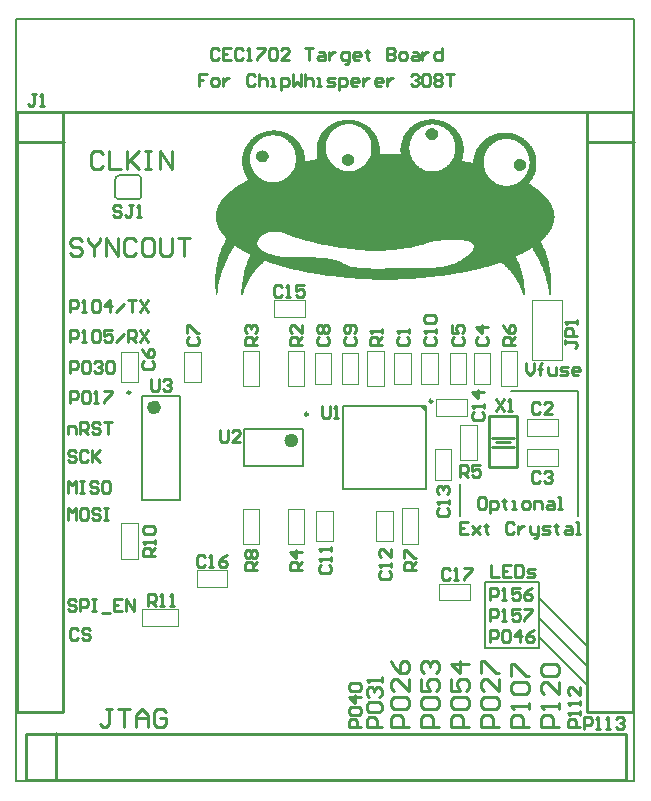
<source format=gto>
G04*
G04 #@! TF.GenerationSoftware,Altium Limited,Altium Designer,18.0.12 (696)*
G04*
G04 Layer_Color=65535*
%FSLAX25Y25*%
%MOIN*%
G70*
G01*
G75*
%ADD10C,0.02362*%
%ADD11C,0.00984*%
%ADD12C,0.00787*%
%ADD13C,0.01000*%
%ADD14C,0.00394*%
%ADD15C,0.00800*%
%ADD16C,0.00500*%
G36*
X139790Y220496D02*
X140798D01*
Y220352D01*
X141518D01*
Y220208D01*
X142095D01*
Y220064D01*
X142527D01*
Y219920D01*
X142815D01*
Y219776D01*
X143247D01*
Y219632D01*
X143535D01*
Y219488D01*
X143823D01*
Y219344D01*
X144111D01*
Y219199D01*
X144399D01*
Y219056D01*
X144543D01*
Y218912D01*
X144831D01*
Y218767D01*
X144975D01*
Y218623D01*
X145263D01*
Y218479D01*
X145407D01*
Y218335D01*
X145551D01*
Y218191D01*
X145839D01*
Y218047D01*
X145983D01*
Y217903D01*
X146127D01*
Y217759D01*
X146272D01*
Y217615D01*
X146415D01*
Y217471D01*
X146560D01*
Y217327D01*
X146704D01*
Y217183D01*
X146848D01*
Y217039D01*
X146992D01*
Y216895D01*
X147136D01*
Y216751D01*
X147280D01*
Y216463D01*
X147424D01*
Y216319D01*
X147568D01*
Y216031D01*
X147712D01*
Y215887D01*
X147856D01*
Y215599D01*
X148000D01*
Y215455D01*
X148144D01*
Y215167D01*
X148288D01*
Y214879D01*
X148432D01*
Y214591D01*
X148576D01*
Y214302D01*
X148720D01*
Y213870D01*
X148864D01*
Y213438D01*
X149008D01*
Y213006D01*
X149152D01*
Y212430D01*
X149296D01*
Y211566D01*
X149440D01*
Y209261D01*
X149296D01*
Y208397D01*
X149152D01*
Y207821D01*
X149008D01*
Y207389D01*
X148864D01*
Y206957D01*
X148720D01*
Y206813D01*
X148864D01*
Y206669D01*
X149728D01*
Y206525D01*
X150449D01*
Y206381D01*
X151025D01*
Y206237D01*
X151745D01*
Y206093D01*
X152465D01*
Y205948D01*
X152609D01*
Y207389D01*
X152753D01*
Y208109D01*
X152897D01*
Y208685D01*
X153041D01*
Y209117D01*
X153185D01*
Y209549D01*
X153329D01*
Y209837D01*
X153473D01*
Y210269D01*
X153617D01*
Y210558D01*
X153761D01*
Y210702D01*
X153905D01*
Y210990D01*
X154049D01*
Y211278D01*
X154193D01*
Y211422D01*
X154337D01*
Y211710D01*
X154481D01*
Y211854D01*
X154625D01*
Y211998D01*
X154769D01*
Y212286D01*
X154913D01*
Y212430D01*
X155058D01*
Y212574D01*
X155201D01*
Y212718D01*
X155346D01*
Y212862D01*
X155490D01*
Y213006D01*
X155634D01*
Y213150D01*
X155778D01*
Y213294D01*
X155922D01*
Y213438D01*
X156066D01*
Y213582D01*
X156210D01*
Y213726D01*
X156354D01*
Y213870D01*
X156642D01*
Y214014D01*
X156786D01*
Y214158D01*
X156930D01*
Y214302D01*
X157218D01*
Y214446D01*
X157506D01*
Y214591D01*
X157650D01*
Y214735D01*
X157938D01*
Y214879D01*
X158226D01*
Y215023D01*
X158514D01*
Y215167D01*
X158802D01*
Y215311D01*
X159234D01*
Y215455D01*
X159522D01*
Y215599D01*
X159955D01*
Y215743D01*
X160531D01*
Y215887D01*
X161251D01*
Y216031D01*
X162547D01*
Y216175D01*
X163699D01*
Y216031D01*
X164996D01*
Y215887D01*
X165716D01*
Y215743D01*
X166292D01*
Y215599D01*
X166724D01*
Y215455D01*
X167156D01*
Y215311D01*
X167444D01*
Y215167D01*
X167732D01*
Y215023D01*
X168020D01*
Y214879D01*
X168308D01*
Y214735D01*
X168597D01*
Y214591D01*
X168885D01*
Y214446D01*
X169029D01*
Y214302D01*
X169317D01*
Y214158D01*
X169461D01*
Y214014D01*
X169605D01*
Y213870D01*
X169893D01*
Y213726D01*
X170037D01*
Y213582D01*
X170181D01*
Y213438D01*
X170325D01*
Y213294D01*
X170469D01*
Y213150D01*
X170613D01*
Y213006D01*
X170757D01*
Y212862D01*
X170901D01*
Y212718D01*
X171045D01*
Y212574D01*
X171189D01*
Y212430D01*
X171333D01*
Y212286D01*
X171477D01*
Y212142D01*
X171621D01*
Y211854D01*
X171765D01*
Y211710D01*
X171909D01*
Y211566D01*
X172053D01*
Y211278D01*
X172197D01*
Y210990D01*
X172341D01*
Y210846D01*
X172485D01*
Y210558D01*
X172629D01*
Y210269D01*
X172774D01*
Y209981D01*
X172917D01*
Y209549D01*
X173062D01*
Y209261D01*
X173206D01*
Y208829D01*
X173350D01*
Y208253D01*
X173494D01*
Y207389D01*
X173638D01*
Y204364D01*
X173494D01*
Y203644D01*
X173350D01*
Y203068D01*
X173206D01*
Y202636D01*
X173062D01*
Y202204D01*
X172917D01*
Y201916D01*
X172774D01*
Y201628D01*
X172629D01*
Y201340D01*
X172485D01*
Y201051D01*
X172341D01*
Y200763D01*
X172197D01*
Y200619D01*
X172053D01*
Y200331D01*
X171909D01*
Y200187D01*
X171765D01*
Y199899D01*
X171621D01*
Y199755D01*
X171477D01*
Y199611D01*
X171333D01*
Y199467D01*
X171189D01*
Y199035D01*
X171477D01*
Y198891D01*
X171765D01*
Y198747D01*
X171909D01*
Y198603D01*
X172197D01*
Y198459D01*
X172341D01*
Y198315D01*
X172629D01*
Y198171D01*
X172774D01*
Y198027D01*
X173062D01*
Y197883D01*
X173206D01*
Y197739D01*
X173350D01*
Y197595D01*
X173638D01*
Y197451D01*
X173782D01*
Y197307D01*
X174070D01*
Y197163D01*
X174214D01*
Y197019D01*
X174358D01*
Y196874D01*
X174502D01*
Y196730D01*
X174790D01*
Y196586D01*
X174934D01*
Y196442D01*
X175078D01*
Y196298D01*
X175222D01*
Y196154D01*
X175366D01*
Y196010D01*
X175510D01*
Y195866D01*
X175654D01*
Y195722D01*
X175798D01*
Y195578D01*
X175942D01*
Y195434D01*
X176086D01*
Y195290D01*
X176230D01*
Y195146D01*
X176374D01*
Y195002D01*
X176518D01*
Y194858D01*
X176662D01*
Y194714D01*
X176806D01*
Y194570D01*
X176950D01*
Y194426D01*
X177094D01*
Y194282D01*
X177239D01*
Y193994D01*
X177383D01*
Y193850D01*
X177527D01*
Y193706D01*
X177671D01*
Y193562D01*
X177815D01*
Y193274D01*
X177959D01*
Y193130D01*
X178103D01*
Y192842D01*
X178247D01*
Y192553D01*
X178391D01*
Y192410D01*
X178535D01*
Y192121D01*
X178679D01*
Y191833D01*
X178823D01*
Y191545D01*
X178967D01*
Y191113D01*
X179111D01*
Y190681D01*
X179255D01*
Y190249D01*
X179399D01*
Y189673D01*
X179543D01*
Y188521D01*
X179687D01*
Y187656D01*
X179543D01*
Y186504D01*
X179399D01*
Y185928D01*
X179255D01*
Y185496D01*
X179111D01*
Y185064D01*
X178967D01*
Y184776D01*
X178823D01*
Y184488D01*
X178679D01*
Y184200D01*
X178535D01*
Y183912D01*
X178391D01*
Y183624D01*
X178247D01*
Y183479D01*
X178103D01*
Y183191D01*
X177959D01*
Y182903D01*
X177815D01*
Y182759D01*
X177671D01*
Y182615D01*
X177527D01*
Y182327D01*
X177383D01*
Y182183D01*
X177239D01*
Y182039D01*
X177094D01*
Y181895D01*
X176950D01*
Y181607D01*
X176806D01*
Y181463D01*
X176662D01*
Y181319D01*
X176518D01*
Y181175D01*
X176374D01*
Y181031D01*
X176230D01*
Y180887D01*
X176086D01*
Y180743D01*
X175942D01*
Y180599D01*
X175798D01*
Y180455D01*
X175654D01*
Y180311D01*
X175510D01*
Y180167D01*
X175366D01*
Y180023D01*
X175078D01*
Y179591D01*
X175222D01*
Y179303D01*
X175366D01*
Y179015D01*
X175510D01*
Y178870D01*
X175654D01*
Y178438D01*
X175798D01*
Y178150D01*
X175942D01*
Y177862D01*
X176086D01*
Y177574D01*
X176230D01*
Y177286D01*
X176374D01*
Y176854D01*
X176518D01*
Y176566D01*
X176662D01*
Y176134D01*
X176806D01*
Y175702D01*
X176950D01*
Y175270D01*
X177094D01*
Y174838D01*
X177239D01*
Y174405D01*
X177383D01*
Y173973D01*
X177527D01*
Y173397D01*
X177671D01*
Y172821D01*
X177815D01*
Y172101D01*
X177959D01*
Y171525D01*
X178103D01*
Y170517D01*
X178247D01*
Y169508D01*
X178391D01*
Y167924D01*
X178535D01*
Y163747D01*
X178391D01*
Y162163D01*
X177815D01*
Y163027D01*
X177671D01*
Y164035D01*
X177527D01*
Y164899D01*
X177383D01*
Y165620D01*
X177239D01*
Y166196D01*
X177094D01*
Y166772D01*
X176950D01*
Y167348D01*
X176806D01*
Y167924D01*
X176662D01*
Y168356D01*
X176518D01*
Y168788D01*
X176374D01*
Y169220D01*
X176230D01*
Y169652D01*
X176086D01*
Y170085D01*
X175942D01*
Y170372D01*
X175798D01*
Y170805D01*
X175654D01*
Y171237D01*
X175510D01*
Y171525D01*
X175366D01*
Y171813D01*
X175222D01*
Y172245D01*
X175078D01*
Y172533D01*
X174934D01*
Y172821D01*
X174790D01*
Y173109D01*
X174646D01*
Y173397D01*
X174502D01*
Y173685D01*
X174358D01*
Y173973D01*
X174214D01*
Y174261D01*
X174070D01*
Y174549D01*
X173926D01*
Y174838D01*
X173782D01*
Y175126D01*
X173638D01*
Y175414D01*
X173494D01*
Y175702D01*
X173350D01*
Y175846D01*
X173206D01*
Y176134D01*
X173062D01*
Y176422D01*
X172917D01*
Y176710D01*
X172774D01*
Y176854D01*
X172629D01*
Y177142D01*
X172485D01*
Y177286D01*
X172341D01*
Y177574D01*
X172197D01*
Y177718D01*
X172053D01*
Y177574D01*
X171765D01*
Y177430D01*
X171621D01*
Y177286D01*
X171333D01*
Y177142D01*
X171045D01*
Y176998D01*
X170901D01*
Y176854D01*
X170613D01*
Y176710D01*
X170325D01*
Y176566D01*
X170037D01*
Y176422D01*
X169749D01*
Y176278D01*
X169605D01*
Y176134D01*
X169317D01*
Y175990D01*
X169029D01*
Y175846D01*
X168741D01*
Y175702D01*
X168453D01*
Y175558D01*
X168165D01*
Y175414D01*
X167876D01*
Y175270D01*
X167588D01*
Y175126D01*
X167300D01*
Y174981D01*
X166724D01*
Y174549D01*
X166868D01*
Y174405D01*
X167012D01*
Y174117D01*
X167156D01*
Y173829D01*
X167300D01*
Y173541D01*
X167444D01*
Y173253D01*
X167588D01*
Y172965D01*
X167732D01*
Y172533D01*
X167876D01*
Y172245D01*
X168020D01*
Y171813D01*
X168165D01*
Y171381D01*
X168308D01*
Y170949D01*
X168453D01*
Y170517D01*
X168597D01*
Y169940D01*
X168741D01*
Y169364D01*
X168885D01*
Y168788D01*
X169029D01*
Y168212D01*
X169173D01*
Y167492D01*
X169317D01*
Y166628D01*
X169461D01*
Y165620D01*
X169605D01*
Y164467D01*
X169749D01*
Y162883D01*
X169893D01*
Y162163D01*
X169173D01*
Y162307D01*
X169029D01*
Y162739D01*
X168885D01*
Y163171D01*
X168741D01*
Y163603D01*
X168597D01*
Y164035D01*
X168453D01*
Y164323D01*
X168308D01*
Y164611D01*
X168165D01*
Y165043D01*
X168020D01*
Y165331D01*
X167876D01*
Y165620D01*
X167732D01*
Y165908D01*
X167588D01*
Y166196D01*
X167444D01*
Y166340D01*
X167300D01*
Y166628D01*
X167156D01*
Y166916D01*
X167012D01*
Y167060D01*
X166868D01*
Y167348D01*
X166724D01*
Y167636D01*
X166580D01*
Y167780D01*
X166436D01*
Y168068D01*
X166292D01*
Y168212D01*
X166148D01*
Y168356D01*
X166004D01*
Y168644D01*
X165860D01*
Y168788D01*
X165716D01*
Y168932D01*
X165572D01*
Y169220D01*
X165428D01*
Y169364D01*
X165284D01*
Y169508D01*
X165140D01*
Y169652D01*
X164996D01*
Y169940D01*
X164852D01*
Y170085D01*
X164708D01*
Y170229D01*
X164564D01*
Y170372D01*
X164420D01*
Y170517D01*
X164276D01*
Y170661D01*
X164131D01*
Y170805D01*
X163988D01*
Y170949D01*
X163844D01*
Y171093D01*
X163699D01*
Y171237D01*
X163555D01*
Y171381D01*
X163411D01*
Y171525D01*
X163267D01*
Y171669D01*
X163123D01*
Y171813D01*
X162979D01*
Y171957D01*
X162835D01*
Y172101D01*
X162691D01*
Y172245D01*
X162547D01*
Y172389D01*
X162259D01*
Y172533D01*
X162115D01*
Y172677D01*
X161971D01*
Y172821D01*
X161395D01*
Y172677D01*
X160963D01*
Y172533D01*
X160531D01*
Y172389D01*
X160099D01*
Y172245D01*
X159667D01*
Y172101D01*
X159234D01*
Y171957D01*
X158658D01*
Y171813D01*
X158226D01*
Y171669D01*
X157794D01*
Y171525D01*
X157218D01*
Y171381D01*
X156786D01*
Y171237D01*
X156210D01*
Y171093D01*
X155634D01*
Y170949D01*
X155058D01*
Y170805D01*
X154481D01*
Y170661D01*
X153905D01*
Y170517D01*
X153329D01*
Y170372D01*
X152609D01*
Y170229D01*
X152033D01*
Y170085D01*
X151313D01*
Y169940D01*
X150736D01*
Y169796D01*
X150016D01*
Y169652D01*
X149296D01*
Y169508D01*
X148432D01*
Y169364D01*
X147712D01*
Y169220D01*
X146848D01*
Y169076D01*
X145983D01*
Y168932D01*
X145119D01*
Y168788D01*
X144255D01*
Y168644D01*
X143103D01*
Y168500D01*
X142095D01*
Y168356D01*
X140942D01*
Y168212D01*
X139790D01*
Y168068D01*
X138494D01*
Y167924D01*
X136909D01*
Y167780D01*
X135469D01*
Y167636D01*
X133453D01*
Y167492D01*
X131004D01*
Y167348D01*
X127547D01*
Y167204D01*
X118905D01*
Y167348D01*
X115449D01*
Y167492D01*
X113000D01*
Y167636D01*
X110984D01*
Y167780D01*
X109399D01*
Y167924D01*
X107959D01*
Y168068D01*
X106663D01*
Y168212D01*
X105366D01*
Y168356D01*
X104214D01*
Y168500D01*
X103206D01*
Y168644D01*
X102198D01*
Y168788D01*
X101333D01*
Y168932D01*
X100325D01*
Y169076D01*
X99461D01*
Y169220D01*
X98741D01*
Y169364D01*
X97877D01*
Y169508D01*
X97156D01*
Y169652D01*
X96436D01*
Y169796D01*
X95716D01*
Y169940D01*
X94996D01*
Y170085D01*
X94420D01*
Y170229D01*
X93700D01*
Y170372D01*
X93124D01*
Y170517D01*
X92547D01*
Y170661D01*
X91971D01*
Y170805D01*
X91251D01*
Y170949D01*
X90819D01*
Y171093D01*
X90243D01*
Y171237D01*
X89667D01*
Y171381D01*
X89235D01*
Y171525D01*
X88658D01*
Y171669D01*
X88226D01*
Y171813D01*
X87650D01*
Y171957D01*
X87218D01*
Y172101D01*
X86786D01*
Y172245D01*
X86210D01*
Y172389D01*
X85778D01*
Y172533D01*
X85346D01*
Y172677D01*
X84914D01*
Y172821D01*
X84626D01*
Y172965D01*
X84193D01*
Y173109D01*
X83761D01*
Y173253D01*
X83329D01*
Y173397D01*
X83041D01*
Y173253D01*
X82897D01*
Y173109D01*
X82753D01*
Y172965D01*
X82609D01*
Y172821D01*
X82465D01*
Y172677D01*
X82321D01*
Y172533D01*
X82033D01*
Y172389D01*
X81889D01*
Y172245D01*
X81745D01*
Y172101D01*
X81601D01*
Y171957D01*
X81457D01*
Y171813D01*
X81313D01*
Y171669D01*
X81169D01*
Y171525D01*
X81025D01*
Y171381D01*
X80881D01*
Y171237D01*
X80737D01*
Y171093D01*
X80593D01*
Y170805D01*
X80449D01*
Y170661D01*
X80305D01*
Y170517D01*
X80161D01*
Y170372D01*
X80017D01*
Y170229D01*
X79873D01*
Y170085D01*
X79729D01*
Y169796D01*
X79584D01*
Y169652D01*
X79440D01*
Y169508D01*
X79296D01*
Y169220D01*
X79152D01*
Y169076D01*
X79008D01*
Y168932D01*
X78864D01*
Y168644D01*
X78720D01*
Y168500D01*
X78576D01*
Y168212D01*
X78432D01*
Y168068D01*
X78288D01*
Y167780D01*
X78144D01*
Y167492D01*
X78000D01*
Y167348D01*
X77856D01*
Y167060D01*
X77712D01*
Y166772D01*
X77568D01*
Y166484D01*
X77424D01*
Y166196D01*
X77280D01*
Y165908D01*
X77136D01*
Y165620D01*
X76992D01*
Y165331D01*
X76848D01*
Y165043D01*
X76704D01*
Y164611D01*
X76560D01*
Y164323D01*
X76416D01*
Y163891D01*
X76272D01*
Y163459D01*
X76128D01*
Y163027D01*
X75984D01*
Y162595D01*
X75840D01*
Y162163D01*
X75264D01*
Y163891D01*
X75407D01*
Y165331D01*
X75551D01*
Y166484D01*
X75696D01*
Y167348D01*
X75840D01*
Y168212D01*
X75984D01*
Y168932D01*
X76128D01*
Y169652D01*
X76272D01*
Y170229D01*
X76416D01*
Y170661D01*
X76560D01*
Y171237D01*
X76704D01*
Y171669D01*
X76848D01*
Y172101D01*
X76992D01*
Y172533D01*
X77136D01*
Y172821D01*
X77280D01*
Y173253D01*
X77424D01*
Y173541D01*
X77568D01*
Y173973D01*
X77712D01*
Y174261D01*
X77856D01*
Y174549D01*
X78000D01*
Y174838D01*
X78144D01*
Y175126D01*
X78288D01*
Y175558D01*
X78000D01*
Y175702D01*
X77712D01*
Y175846D01*
X77424D01*
Y175990D01*
X77136D01*
Y176134D01*
X76848D01*
Y176278D01*
X76560D01*
Y176422D01*
X76272D01*
Y176566D01*
X76128D01*
Y176710D01*
X75840D01*
Y176854D01*
X75551D01*
Y176998D01*
X75264D01*
Y177142D01*
X75119D01*
Y177286D01*
X74831D01*
Y177430D01*
X74543D01*
Y177574D01*
X74399D01*
Y177718D01*
X74111D01*
Y177862D01*
X73967D01*
Y178006D01*
X73679D01*
Y178150D01*
X73535D01*
Y178294D01*
X73247D01*
Y178438D01*
X72959D01*
Y178294D01*
X72815D01*
Y178006D01*
X72671D01*
Y177718D01*
X72527D01*
Y177574D01*
X72383D01*
Y177286D01*
X72239D01*
Y176998D01*
X72095D01*
Y176854D01*
X71951D01*
Y176566D01*
X71807D01*
Y176278D01*
X71663D01*
Y176134D01*
X71519D01*
Y175846D01*
X71375D01*
Y175558D01*
X71231D01*
Y175270D01*
X71087D01*
Y174981D01*
X70942D01*
Y174694D01*
X70798D01*
Y174405D01*
X70654D01*
Y174117D01*
X70510D01*
Y173829D01*
X70366D01*
Y173541D01*
X70222D01*
Y173253D01*
X70078D01*
Y172821D01*
X69934D01*
Y172533D01*
X69790D01*
Y172245D01*
X69646D01*
Y171813D01*
X69502D01*
Y171525D01*
X69358D01*
Y171093D01*
X69214D01*
Y170805D01*
X69070D01*
Y170372D01*
X68926D01*
Y169940D01*
X68782D01*
Y169508D01*
X68638D01*
Y169076D01*
X68494D01*
Y168500D01*
X68350D01*
Y168068D01*
X68206D01*
Y167492D01*
X68062D01*
Y166916D01*
X67918D01*
Y166340D01*
X67774D01*
Y165620D01*
X67630D01*
Y164899D01*
X67486D01*
Y163891D01*
X67342D01*
Y162595D01*
X67198D01*
Y162163D01*
X66910D01*
Y162307D01*
X66766D01*
Y163891D01*
X66622D01*
Y168932D01*
X66766D01*
Y170372D01*
X66910D01*
Y171381D01*
X67054D01*
Y172245D01*
X67198D01*
Y172965D01*
X67342D01*
Y173541D01*
X67486D01*
Y174117D01*
X67630D01*
Y174694D01*
X67774D01*
Y175126D01*
X67918D01*
Y175558D01*
X68062D01*
Y175990D01*
X68206D01*
Y176422D01*
X68350D01*
Y176854D01*
X68494D01*
Y177286D01*
X68638D01*
Y177574D01*
X68782D01*
Y177862D01*
X68926D01*
Y178294D01*
X69070D01*
Y178582D01*
X69214D01*
Y178870D01*
X69358D01*
Y179158D01*
X69502D01*
Y179447D01*
X69646D01*
Y179735D01*
X69790D01*
Y180023D01*
X69934D01*
Y180311D01*
X70078D01*
Y180599D01*
X70222D01*
Y181031D01*
X70078D01*
Y181175D01*
X69934D01*
Y181319D01*
X69790D01*
Y181463D01*
X69646D01*
Y181607D01*
X69502D01*
Y181751D01*
X69358D01*
Y181895D01*
X69214D01*
Y182183D01*
X69070D01*
Y182327D01*
X68926D01*
Y182471D01*
X68782D01*
Y182759D01*
X68638D01*
Y182903D01*
X68494D01*
Y183047D01*
X68350D01*
Y183335D01*
X68206D01*
Y183624D01*
X68062D01*
Y183768D01*
X67918D01*
Y184056D01*
X67774D01*
Y184344D01*
X67630D01*
Y184632D01*
X67486D01*
Y184920D01*
X67342D01*
Y185352D01*
X67198D01*
Y185784D01*
X67054D01*
Y186360D01*
X66910D01*
Y187080D01*
X66766D01*
Y189097D01*
X66910D01*
Y189961D01*
X67054D01*
Y190537D01*
X67198D01*
Y190969D01*
X67342D01*
Y191257D01*
X67486D01*
Y191545D01*
X67630D01*
Y191977D01*
X67774D01*
Y192121D01*
X67918D01*
Y192410D01*
X68062D01*
Y192698D01*
X68206D01*
Y192986D01*
X68350D01*
Y193130D01*
X68494D01*
Y193418D01*
X68638D01*
Y193562D01*
X68782D01*
Y193706D01*
X68926D01*
Y193994D01*
X69070D01*
Y194138D01*
X69214D01*
Y194282D01*
X69358D01*
Y194426D01*
X69502D01*
Y194714D01*
X69646D01*
Y194858D01*
X69790D01*
Y195002D01*
X69934D01*
Y195146D01*
X70078D01*
Y195290D01*
X70222D01*
Y195434D01*
X70366D01*
Y195578D01*
X70510D01*
Y195722D01*
X70654D01*
Y195866D01*
X70798D01*
Y196010D01*
X70942D01*
Y196154D01*
X71231D01*
Y196298D01*
X71375D01*
Y196442D01*
X71519D01*
Y196586D01*
X71663D01*
Y196730D01*
X71807D01*
Y196874D01*
X72095D01*
Y197019D01*
X72239D01*
Y197163D01*
X72383D01*
Y197307D01*
X72527D01*
Y197451D01*
X72815D01*
Y197595D01*
X72959D01*
Y197739D01*
X73247D01*
Y197883D01*
X73391D01*
Y198027D01*
X73535D01*
Y198171D01*
X73823D01*
Y198315D01*
X73967D01*
Y198459D01*
X74255D01*
Y198603D01*
X74543D01*
Y198747D01*
X74687D01*
Y198891D01*
X74975D01*
Y199035D01*
X75119D01*
Y199179D01*
X75407D01*
Y199323D01*
X75696D01*
Y199467D01*
X75984D01*
Y199611D01*
X76128D01*
Y199755D01*
X76416D01*
Y199899D01*
X76704D01*
Y200043D01*
X76992D01*
Y200187D01*
X77280D01*
Y200331D01*
X77568D01*
Y200619D01*
X77424D01*
Y200763D01*
X77280D01*
Y201051D01*
X77136D01*
Y201196D01*
X76992D01*
Y201483D01*
X76848D01*
Y201772D01*
X76704D01*
Y201916D01*
X76560D01*
Y202204D01*
X76416D01*
Y202636D01*
X76272D01*
Y202924D01*
X76128D01*
Y203356D01*
X75984D01*
Y203788D01*
X75840D01*
Y204220D01*
X75696D01*
Y204940D01*
X75551D01*
Y206093D01*
X75407D01*
Y207101D01*
X75551D01*
Y208397D01*
X75696D01*
Y209117D01*
X75840D01*
Y209549D01*
X75984D01*
Y209981D01*
X76128D01*
Y210414D01*
X76272D01*
Y210702D01*
X76416D01*
Y210990D01*
X76560D01*
Y211278D01*
X76704D01*
Y211566D01*
X76848D01*
Y211854D01*
X76992D01*
Y211998D01*
X77136D01*
Y212286D01*
X77280D01*
Y212430D01*
X77424D01*
Y212718D01*
X77568D01*
Y212862D01*
X77712D01*
Y213006D01*
X77856D01*
Y213150D01*
X78000D01*
Y213438D01*
X78144D01*
Y213582D01*
X78288D01*
Y213726D01*
X78432D01*
Y213870D01*
X78576D01*
Y214014D01*
X78720D01*
Y214158D01*
X79008D01*
Y214302D01*
X79152D01*
Y214446D01*
X79296D01*
Y214591D01*
X79440D01*
Y214735D01*
X79729D01*
Y214879D01*
X79873D01*
Y215023D01*
X80161D01*
Y215167D01*
X80305D01*
Y215311D01*
X80593D01*
Y215455D01*
X80881D01*
Y215599D01*
X81025D01*
Y215743D01*
X81313D01*
Y215887D01*
X81745D01*
Y216031D01*
X82033D01*
Y216175D01*
X82465D01*
Y216319D01*
X82897D01*
Y216463D01*
X83473D01*
Y216607D01*
X84049D01*
Y216751D01*
X85346D01*
Y216895D01*
X86786D01*
Y216751D01*
X87938D01*
Y216607D01*
X88658D01*
Y216463D01*
X89235D01*
Y216319D01*
X89667D01*
Y216175D01*
X89955D01*
Y216031D01*
X90387D01*
Y215887D01*
X90675D01*
Y215743D01*
X90963D01*
Y215599D01*
X91251D01*
Y215455D01*
X91539D01*
Y215311D01*
X91683D01*
Y215167D01*
X91971D01*
Y215023D01*
X92259D01*
Y214879D01*
X92403D01*
Y214735D01*
X92547D01*
Y214591D01*
X92835D01*
Y214446D01*
X92980D01*
Y214302D01*
X93124D01*
Y214158D01*
X93268D01*
Y214014D01*
X93412D01*
Y213870D01*
X93556D01*
Y213726D01*
X93700D01*
Y213582D01*
X93844D01*
Y213438D01*
X93988D01*
Y213294D01*
X94132D01*
Y213150D01*
X94276D01*
Y213006D01*
X94420D01*
Y212718D01*
X94564D01*
Y212574D01*
X94708D01*
Y212430D01*
X94852D01*
Y212142D01*
X94996D01*
Y211998D01*
X95140D01*
Y211710D01*
X95284D01*
Y211422D01*
X95428D01*
Y211134D01*
X95572D01*
Y210846D01*
X95716D01*
Y210558D01*
X95860D01*
Y210269D01*
X96004D01*
Y209837D01*
X96148D01*
Y209405D01*
X96292D01*
Y208829D01*
X96436D01*
Y207965D01*
X96580D01*
Y206669D01*
X97444D01*
Y206813D01*
X98165D01*
Y206957D01*
X99029D01*
Y207101D01*
X99893D01*
Y207245D01*
X100757D01*
Y207533D01*
X100613D01*
Y208109D01*
X100469D01*
Y208829D01*
X100325D01*
Y211710D01*
X100469D01*
Y212574D01*
X100613D01*
Y213006D01*
X100757D01*
Y213582D01*
X100901D01*
Y213870D01*
X101045D01*
Y214302D01*
X101189D01*
Y214591D01*
X101333D01*
Y214879D01*
X101477D01*
Y215167D01*
X101621D01*
Y215455D01*
X101766D01*
Y215599D01*
X101909D01*
Y215887D01*
X102053D01*
Y216031D01*
X102198D01*
Y216319D01*
X102342D01*
Y216463D01*
X102486D01*
Y216607D01*
X102630D01*
Y216751D01*
X102774D01*
Y217039D01*
X102918D01*
Y217183D01*
X103062D01*
Y217327D01*
X103206D01*
Y217471D01*
X103350D01*
Y217615D01*
X103494D01*
Y217759D01*
X103782D01*
Y217903D01*
X103926D01*
Y218047D01*
X104070D01*
Y218191D01*
X104214D01*
Y218335D01*
X104502D01*
Y218479D01*
X104646D01*
Y218623D01*
X104790D01*
Y218767D01*
X105078D01*
Y218912D01*
X105366D01*
Y219056D01*
X105510D01*
Y219199D01*
X105798D01*
Y219344D01*
X106086D01*
Y219488D01*
X106375D01*
Y219632D01*
X106807D01*
Y219776D01*
X107095D01*
Y219920D01*
X107527D01*
Y220064D01*
X108103D01*
Y220208D01*
X108679D01*
Y220352D01*
X109687D01*
Y220496D01*
X112136D01*
Y220352D01*
X113000D01*
Y220208D01*
X113576D01*
Y220064D01*
X114152D01*
Y219920D01*
X114584D01*
Y219776D01*
X114872D01*
Y219632D01*
X115305D01*
Y219488D01*
X115593D01*
Y219344D01*
X115881D01*
Y219199D01*
X116169D01*
Y219056D01*
X116457D01*
Y218912D01*
X116601D01*
Y218767D01*
X116889D01*
Y218623D01*
X117033D01*
Y218479D01*
X117321D01*
Y218335D01*
X117465D01*
Y218191D01*
X117609D01*
Y218047D01*
X117753D01*
Y217903D01*
X118041D01*
Y217759D01*
X118185D01*
Y217615D01*
X118329D01*
Y217471D01*
X118473D01*
Y217327D01*
X118617D01*
Y217183D01*
X118761D01*
Y217039D01*
X118905D01*
Y216751D01*
X119049D01*
Y216607D01*
X119193D01*
Y216463D01*
X119337D01*
Y216319D01*
X119482D01*
Y216031D01*
X119625D01*
Y215887D01*
X119770D01*
Y215599D01*
X119914D01*
Y215455D01*
X120058D01*
Y215167D01*
X120202D01*
Y214879D01*
X120346D01*
Y214591D01*
X120490D01*
Y214302D01*
X120634D01*
Y214014D01*
X120778D01*
Y213582D01*
X120922D01*
Y213150D01*
X121066D01*
Y212574D01*
X121210D01*
Y211854D01*
X121354D01*
Y208973D01*
X122218D01*
Y209117D01*
X124091D01*
Y208973D01*
X128411D01*
Y209837D01*
X128268D01*
Y210990D01*
X128411D01*
Y212142D01*
X128556D01*
Y212862D01*
X128700D01*
Y213294D01*
X128844D01*
Y213726D01*
X128988D01*
Y214158D01*
X129132D01*
Y214446D01*
X129276D01*
Y214879D01*
X129420D01*
Y215023D01*
X129564D01*
Y215311D01*
X129708D01*
Y215599D01*
X129852D01*
Y215887D01*
X129996D01*
Y216031D01*
X130140D01*
Y216319D01*
X130284D01*
Y216463D01*
X130428D01*
Y216607D01*
X130572D01*
Y216751D01*
X130716D01*
Y217039D01*
X130860D01*
Y217183D01*
X131004D01*
Y217327D01*
X131148D01*
Y217471D01*
X131292D01*
Y217615D01*
X131436D01*
Y217759D01*
X131580D01*
Y217903D01*
X131724D01*
Y218047D01*
X132012D01*
Y218191D01*
X132156D01*
Y218335D01*
X132300D01*
Y218479D01*
X132444D01*
Y218623D01*
X132732D01*
Y218767D01*
X132877D01*
Y218912D01*
X133165D01*
Y219056D01*
X133453D01*
Y219199D01*
X133597D01*
Y219344D01*
X133885D01*
Y219488D01*
X134173D01*
Y219632D01*
X134461D01*
Y219776D01*
X134893D01*
Y219920D01*
X135325D01*
Y220064D01*
X135757D01*
Y220208D01*
X136189D01*
Y220352D01*
X136909D01*
Y220496D01*
X137918D01*
Y220640D01*
X139790D01*
Y220496D01*
D02*
G37*
G36*
X136843Y123315D02*
X135100Y125059D01*
X136843D01*
Y123315D01*
D02*
G37*
%LPC*%
G36*
X112424Y218912D02*
X109687D01*
Y218767D01*
X109111D01*
Y218623D01*
X108535D01*
Y218479D01*
X108247D01*
Y218335D01*
X107959D01*
Y218191D01*
X107671D01*
Y218047D01*
X107383D01*
Y217903D01*
X107095D01*
Y217759D01*
X106951D01*
Y217615D01*
X106663D01*
Y217471D01*
X106518D01*
Y217327D01*
X106230D01*
Y217183D01*
X106086D01*
Y217039D01*
X105942D01*
Y216895D01*
X105798D01*
Y216751D01*
X105654D01*
Y216607D01*
X105510D01*
Y216463D01*
X105366D01*
Y216319D01*
X105222D01*
Y216031D01*
X105078D01*
Y215887D01*
X104934D01*
Y215743D01*
X104790D01*
Y215455D01*
X104646D01*
Y215311D01*
X104502D01*
Y215023D01*
X104358D01*
Y214735D01*
X104214D01*
Y214446D01*
X104070D01*
Y214158D01*
X103926D01*
Y213726D01*
X103782D01*
Y213294D01*
X103638D01*
Y212574D01*
X103494D01*
Y211422D01*
X103350D01*
Y210846D01*
X103494D01*
Y209693D01*
X103638D01*
Y208973D01*
X103782D01*
Y208541D01*
X103926D01*
Y208109D01*
X104070D01*
Y207821D01*
X104214D01*
Y207533D01*
X104358D01*
Y207245D01*
X104502D01*
Y206957D01*
X104646D01*
Y206813D01*
X104790D01*
Y206525D01*
X104934D01*
Y206381D01*
X105078D01*
Y206237D01*
X105222D01*
Y205948D01*
X105366D01*
Y205804D01*
X105510D01*
Y205661D01*
X105654D01*
Y205516D01*
X105798D01*
Y205372D01*
X105942D01*
Y205228D01*
X106086D01*
Y205084D01*
X106230D01*
Y204940D01*
X106518D01*
Y204796D01*
X106663D01*
Y204652D01*
X106807D01*
Y204508D01*
X107095D01*
Y204364D01*
X107383D01*
Y204220D01*
X107671D01*
Y204076D01*
X107959D01*
Y203932D01*
X108247D01*
Y203788D01*
X108535D01*
Y203644D01*
X109111D01*
Y203500D01*
X109687D01*
Y203356D01*
X112424D01*
Y203500D01*
X113000D01*
Y203644D01*
X113432D01*
Y203788D01*
X113864D01*
Y203932D01*
X114152D01*
Y204076D01*
X114440D01*
Y204220D01*
X114728D01*
Y204364D01*
X115016D01*
Y204508D01*
X115161D01*
Y204652D01*
X115449D01*
Y204796D01*
X115593D01*
Y204940D01*
X115737D01*
Y205084D01*
X116025D01*
Y205228D01*
X116169D01*
Y205372D01*
X116313D01*
Y205516D01*
X116457D01*
Y205661D01*
X116601D01*
Y205804D01*
X116745D01*
Y206093D01*
X116889D01*
Y206237D01*
X117033D01*
Y206381D01*
X117177D01*
Y206669D01*
X117321D01*
Y206813D01*
X117465D01*
Y207101D01*
X117609D01*
Y207245D01*
X117753D01*
Y207533D01*
X117897D01*
Y207821D01*
X118041D01*
Y208253D01*
X118185D01*
Y208541D01*
X118329D01*
Y209117D01*
X118473D01*
Y209693D01*
X118617D01*
Y212574D01*
X118473D01*
Y213150D01*
X118329D01*
Y213582D01*
X118185D01*
Y214014D01*
X118041D01*
Y214446D01*
X117897D01*
Y214735D01*
X117753D01*
Y215023D01*
X117609D01*
Y215167D01*
X117465D01*
Y215455D01*
X117321D01*
Y215599D01*
X117177D01*
Y215887D01*
X117033D01*
Y216031D01*
X116889D01*
Y216175D01*
X116745D01*
Y216463D01*
X116601D01*
Y216607D01*
X116457D01*
Y216751D01*
X116313D01*
Y216895D01*
X116169D01*
Y217039D01*
X115881D01*
Y217183D01*
X115737D01*
Y217327D01*
X115593D01*
Y217471D01*
X115449D01*
Y217615D01*
X115161D01*
Y217759D01*
X115016D01*
Y217903D01*
X114728D01*
Y218047D01*
X114440D01*
Y218191D01*
X114152D01*
Y218335D01*
X113864D01*
Y218479D01*
X113432D01*
Y218623D01*
X113000D01*
Y218767D01*
X112424D01*
Y218912D01*
D02*
G37*
G36*
X139502D02*
X138494D01*
Y218767D01*
X137486D01*
Y218623D01*
X136909D01*
Y218479D01*
X136477D01*
Y218335D01*
X136045D01*
Y218191D01*
X135757D01*
Y218047D01*
X135469D01*
Y217903D01*
X135181D01*
Y217759D01*
X135037D01*
Y217615D01*
X134749D01*
Y217471D01*
X134605D01*
Y217327D01*
X134317D01*
Y217183D01*
X134173D01*
Y217039D01*
X134029D01*
Y216895D01*
X133885D01*
Y216751D01*
X133741D01*
Y216607D01*
X133597D01*
Y216463D01*
X133453D01*
Y216319D01*
X133309D01*
Y216175D01*
X133165D01*
Y216031D01*
X133020D01*
Y215887D01*
X132877D01*
Y215599D01*
X132732D01*
Y215455D01*
X132588D01*
Y215167D01*
X132444D01*
Y215023D01*
X132300D01*
Y214735D01*
X132156D01*
Y214446D01*
X132012D01*
Y214014D01*
X131868D01*
Y213726D01*
X131724D01*
Y213294D01*
X131580D01*
Y212718D01*
X131436D01*
Y211710D01*
X131292D01*
Y210414D01*
X131436D01*
Y209405D01*
X131580D01*
Y208829D01*
X131724D01*
Y208397D01*
X131868D01*
Y207965D01*
X132012D01*
Y207677D01*
X132156D01*
Y207389D01*
X132300D01*
Y207101D01*
X132444D01*
Y206813D01*
X132588D01*
Y206669D01*
X132732D01*
Y206381D01*
X132877D01*
Y206237D01*
X133020D01*
Y206093D01*
X133165D01*
Y205804D01*
X133309D01*
Y205661D01*
X133453D01*
Y205516D01*
X133597D01*
Y205372D01*
X133741D01*
Y205228D01*
X133885D01*
Y205084D01*
X134029D01*
Y204940D01*
X134317D01*
Y204796D01*
X134461D01*
Y204652D01*
X134605D01*
Y204508D01*
X134893D01*
Y204364D01*
X135037D01*
Y204220D01*
X135325D01*
Y204076D01*
X135613D01*
Y203932D01*
X135901D01*
Y203788D01*
X136189D01*
Y203644D01*
X136621D01*
Y203500D01*
X137053D01*
Y203356D01*
X137774D01*
Y203212D01*
X140078D01*
Y203356D01*
X140798D01*
Y203500D01*
X141230D01*
Y203644D01*
X141663D01*
Y203788D01*
X142095D01*
Y203932D01*
X142383D01*
Y204076D01*
X142527D01*
Y204220D01*
X142815D01*
Y204364D01*
X143103D01*
Y204508D01*
X143247D01*
Y204652D01*
X143535D01*
Y204796D01*
X143679D01*
Y204940D01*
X143823D01*
Y205084D01*
X143967D01*
Y205228D01*
X144111D01*
Y205372D01*
X144255D01*
Y205516D01*
X144399D01*
Y205661D01*
X144543D01*
Y205804D01*
X144687D01*
Y205948D01*
X144831D01*
Y206093D01*
X144975D01*
Y206381D01*
X145119D01*
Y206525D01*
X145263D01*
Y206813D01*
X145407D01*
Y206957D01*
X145551D01*
Y207245D01*
X145695D01*
Y207533D01*
X145839D01*
Y207821D01*
X145983D01*
Y208109D01*
X146127D01*
Y208541D01*
X146272D01*
Y209117D01*
X146415D01*
Y209837D01*
X146560D01*
Y212142D01*
X146415D01*
Y213006D01*
X146272D01*
Y213438D01*
X146127D01*
Y213870D01*
X145983D01*
Y214158D01*
X145839D01*
Y214591D01*
X145695D01*
Y214879D01*
X145551D01*
Y215023D01*
X145407D01*
Y215311D01*
X145263D01*
Y215455D01*
X145119D01*
Y215743D01*
X144975D01*
Y215887D01*
X144831D01*
Y216031D01*
X144687D01*
Y216319D01*
X144543D01*
Y216463D01*
X144399D01*
Y216607D01*
X144255D01*
Y216751D01*
X144111D01*
Y216895D01*
X143967D01*
Y217039D01*
X143679D01*
Y217183D01*
X143535D01*
Y217327D01*
X143391D01*
Y217471D01*
X143103D01*
Y217615D01*
X142959D01*
Y217759D01*
X142671D01*
Y217903D01*
X142383D01*
Y218047D01*
X142239D01*
Y218191D01*
X141806D01*
Y218335D01*
X141518D01*
Y218479D01*
X141086D01*
Y218623D01*
X140510D01*
Y218767D01*
X139502D01*
Y218912D01*
D02*
G37*
G36*
X86498Y215311D02*
X85202D01*
Y215167D01*
X84193D01*
Y215023D01*
X83761D01*
Y214879D01*
X83329D01*
Y214735D01*
X82897D01*
Y214591D01*
X82609D01*
Y214446D01*
X82321D01*
Y214302D01*
X82033D01*
Y214158D01*
X81889D01*
Y214014D01*
X81601D01*
Y213870D01*
X81457D01*
Y213726D01*
X81169D01*
Y213582D01*
X81025D01*
Y213438D01*
X80881D01*
Y213294D01*
X80737D01*
Y213150D01*
X80593D01*
Y213006D01*
X80449D01*
Y212862D01*
X80305D01*
Y212718D01*
X80161D01*
Y212574D01*
X80017D01*
Y212430D01*
X79873D01*
Y212142D01*
X79729D01*
Y211998D01*
X79584D01*
Y211854D01*
X79440D01*
Y211566D01*
X79296D01*
Y211278D01*
X79152D01*
Y210990D01*
X79008D01*
Y210702D01*
X78864D01*
Y210414D01*
X78720D01*
Y209981D01*
X78576D01*
Y209549D01*
X78432D01*
Y208973D01*
X78288D01*
Y205804D01*
X78432D01*
Y205228D01*
X78576D01*
Y204796D01*
X78720D01*
Y204364D01*
X78864D01*
Y204076D01*
X79008D01*
Y203788D01*
X79152D01*
Y203500D01*
X79296D01*
Y203212D01*
X79440D01*
Y203068D01*
X79584D01*
Y202780D01*
X79729D01*
Y202636D01*
X79873D01*
Y202492D01*
X80017D01*
Y202348D01*
X80161D01*
Y202060D01*
X80305D01*
Y201916D01*
X80449D01*
Y201772D01*
X80593D01*
Y201628D01*
X80737D01*
Y201483D01*
X80881D01*
Y201340D01*
X81169D01*
Y201196D01*
X81313D01*
Y201051D01*
X81457D01*
Y200907D01*
X81745D01*
Y200763D01*
X81889D01*
Y200619D01*
X82177D01*
Y200475D01*
X82465D01*
Y200331D01*
X82753D01*
Y200187D01*
X83041D01*
Y200043D01*
X83473D01*
Y199899D01*
X83905D01*
Y199755D01*
X84626D01*
Y199611D01*
X87074D01*
Y199755D01*
X87794D01*
Y199899D01*
X88226D01*
Y200043D01*
X88658D01*
Y200187D01*
X88947D01*
Y200331D01*
X89235D01*
Y200475D01*
X89523D01*
Y200619D01*
X89811D01*
Y200763D01*
X89955D01*
Y200907D01*
X90243D01*
Y201051D01*
X90387D01*
Y201196D01*
X90531D01*
Y201340D01*
X90675D01*
Y201483D01*
X90819D01*
Y201628D01*
X91107D01*
Y201772D01*
X91251D01*
Y201916D01*
X91395D01*
Y202204D01*
X91539D01*
Y202348D01*
X91683D01*
Y202492D01*
X91827D01*
Y202636D01*
X91971D01*
Y202924D01*
X92115D01*
Y203068D01*
X92259D01*
Y203356D01*
X92403D01*
Y203500D01*
X92547D01*
Y203788D01*
X92691D01*
Y204076D01*
X92835D01*
Y204508D01*
X92980D01*
Y204796D01*
X93124D01*
Y205372D01*
X93268D01*
Y205948D01*
X93412D01*
Y208829D01*
X93268D01*
Y209549D01*
X93124D01*
Y209981D01*
X92980D01*
Y210414D01*
X92835D01*
Y210702D01*
X92691D01*
Y210990D01*
X92547D01*
Y211278D01*
X92403D01*
Y211566D01*
X92259D01*
Y211710D01*
X92115D01*
Y211998D01*
X91971D01*
Y212142D01*
X91827D01*
Y212430D01*
X91683D01*
Y212574D01*
X91539D01*
Y212718D01*
X91395D01*
Y212862D01*
X91251D01*
Y213006D01*
X91107D01*
Y213150D01*
X90963D01*
Y213294D01*
X90819D01*
Y213438D01*
X90675D01*
Y213582D01*
X90531D01*
Y213726D01*
X90243D01*
Y213870D01*
X90099D01*
Y214014D01*
X89811D01*
Y214158D01*
X89667D01*
Y214302D01*
X89379D01*
Y214446D01*
X89091D01*
Y214591D01*
X88802D01*
Y214735D01*
X88371D01*
Y214879D01*
X87938D01*
Y215023D01*
X87362D01*
Y215167D01*
X86498D01*
Y215311D01*
D02*
G37*
G36*
X164131Y214158D02*
X163267D01*
Y214014D01*
X162259D01*
Y213870D01*
X161539D01*
Y213726D01*
X161107D01*
Y213582D01*
X160819D01*
Y213438D01*
X160531D01*
Y213294D01*
X160243D01*
Y213150D01*
X159955D01*
Y213006D01*
X159667D01*
Y212862D01*
X159522D01*
Y212718D01*
X159234D01*
Y212574D01*
X159090D01*
Y212430D01*
X158946D01*
Y212286D01*
X158658D01*
Y212142D01*
X158514D01*
Y211998D01*
X158370D01*
Y211854D01*
X158226D01*
Y211710D01*
X158082D01*
Y211566D01*
X157938D01*
Y211278D01*
X157794D01*
Y211134D01*
X157650D01*
Y210990D01*
X157506D01*
Y210702D01*
X157362D01*
Y210558D01*
X157218D01*
Y210269D01*
X157074D01*
Y210125D01*
X156930D01*
Y209837D01*
X156786D01*
Y209405D01*
X156642D01*
Y209117D01*
X156498D01*
Y208685D01*
X156354D01*
Y208253D01*
X156210D01*
Y207533D01*
X156066D01*
Y205084D01*
X156210D01*
Y204220D01*
X156354D01*
Y203788D01*
X156498D01*
Y203356D01*
X156642D01*
Y203068D01*
X156786D01*
Y202780D01*
X156930D01*
Y202492D01*
X157074D01*
Y202204D01*
X157218D01*
Y201916D01*
X157362D01*
Y201772D01*
X157506D01*
Y201483D01*
X157650D01*
Y201340D01*
X157794D01*
Y201196D01*
X157938D01*
Y201051D01*
X158082D01*
Y200907D01*
X158226D01*
Y200763D01*
X158370D01*
Y200619D01*
X158514D01*
Y200475D01*
X158658D01*
Y200331D01*
X158802D01*
Y200187D01*
X158946D01*
Y200043D01*
X159090D01*
Y199899D01*
X159379D01*
Y199755D01*
X159522D01*
Y199611D01*
X159811D01*
Y199467D01*
X159955D01*
Y199323D01*
X160243D01*
Y199179D01*
X160531D01*
Y199035D01*
X160963D01*
Y198891D01*
X161251D01*
Y198747D01*
X161827D01*
Y198603D01*
X162403D01*
Y198459D01*
X164852D01*
Y198603D01*
X165572D01*
Y198747D01*
X166004D01*
Y198891D01*
X166436D01*
Y199035D01*
X166724D01*
Y199179D01*
X167012D01*
Y199323D01*
X167300D01*
Y199467D01*
X167588D01*
Y199611D01*
X167732D01*
Y199755D01*
X168020D01*
Y199899D01*
X168165D01*
Y200043D01*
X168308D01*
Y200187D01*
X168597D01*
Y200331D01*
X168741D01*
Y200475D01*
X168885D01*
Y200619D01*
X169029D01*
Y200763D01*
X169173D01*
Y200907D01*
X169317D01*
Y201051D01*
X169461D01*
Y201340D01*
X169605D01*
Y201483D01*
X169749D01*
Y201628D01*
X169893D01*
Y201916D01*
X170037D01*
Y202060D01*
X170181D01*
Y202348D01*
X170325D01*
Y202636D01*
X170469D01*
Y202924D01*
X170613D01*
Y203212D01*
X170757D01*
Y203644D01*
X170901D01*
Y204076D01*
X171045D01*
Y204652D01*
X171189D01*
Y205661D01*
X171333D01*
Y206813D01*
X171189D01*
Y207821D01*
X171045D01*
Y208397D01*
X170901D01*
Y208973D01*
X170757D01*
Y209261D01*
X170613D01*
Y209549D01*
X170469D01*
Y209981D01*
X170325D01*
Y210125D01*
X170181D01*
Y210414D01*
X170037D01*
Y210702D01*
X169893D01*
Y210846D01*
X169749D01*
Y210990D01*
X169605D01*
Y211278D01*
X169461D01*
Y211422D01*
X169317D01*
Y211566D01*
X169173D01*
Y211710D01*
X169029D01*
Y211854D01*
X168885D01*
Y211998D01*
X168741D01*
Y212142D01*
X168597D01*
Y212286D01*
X168453D01*
Y212430D01*
X168308D01*
Y212574D01*
X168020D01*
Y212718D01*
X167876D01*
Y212862D01*
X167588D01*
Y213006D01*
X167444D01*
Y213150D01*
X167156D01*
Y213294D01*
X166868D01*
Y213438D01*
X166580D01*
Y213582D01*
X166148D01*
Y213726D01*
X165716D01*
Y213870D01*
X165140D01*
Y214014D01*
X164131D01*
Y214158D01*
D02*
G37*
G36*
X87794Y183191D02*
X85346D01*
Y183047D01*
X84626D01*
Y182903D01*
X84193D01*
Y182759D01*
X83761D01*
Y182615D01*
X83473D01*
Y182471D01*
X83041D01*
Y182327D01*
X82897D01*
Y182183D01*
X82609D01*
Y182039D01*
X82321D01*
Y181895D01*
X82177D01*
Y181751D01*
X82033D01*
Y181607D01*
X81889D01*
Y181463D01*
X81745D01*
Y181319D01*
X81601D01*
Y181175D01*
X81457D01*
Y181031D01*
X81313D01*
Y180887D01*
X81169D01*
Y180743D01*
X81025D01*
Y180455D01*
X80881D01*
Y180167D01*
X80737D01*
Y179591D01*
X80593D01*
Y178870D01*
X80737D01*
Y178438D01*
X80881D01*
Y178150D01*
X81025D01*
Y177862D01*
X81169D01*
Y177718D01*
X81313D01*
Y177574D01*
X81457D01*
Y177430D01*
X81601D01*
Y177286D01*
X81745D01*
Y177142D01*
X81889D01*
Y176998D01*
X82033D01*
Y176854D01*
X82177D01*
Y176710D01*
X82465D01*
Y176566D01*
X82753D01*
Y176422D01*
X83041D01*
Y176278D01*
X83329D01*
Y176134D01*
X83617D01*
Y175990D01*
X84049D01*
Y175846D01*
X84338D01*
Y175702D01*
X84770D01*
Y175558D01*
X85346D01*
Y175414D01*
X85922D01*
Y175270D01*
X86642D01*
Y175126D01*
X87362D01*
Y174981D01*
X88226D01*
Y174838D01*
X89523D01*
Y174694D01*
X91539D01*
Y174549D01*
X100037D01*
Y174405D01*
X102630D01*
Y174261D01*
X104070D01*
Y174117D01*
X105078D01*
Y173973D01*
X105942D01*
Y173829D01*
X106518D01*
Y173685D01*
X107095D01*
Y173541D01*
X107527D01*
Y173397D01*
X107815D01*
Y173253D01*
X108247D01*
Y173109D01*
X108535D01*
Y172965D01*
X108823D01*
Y172821D01*
X108967D01*
Y172677D01*
X109255D01*
Y172533D01*
X109543D01*
Y172389D01*
X109831D01*
Y172245D01*
X110119D01*
Y172101D01*
X110407D01*
Y171957D01*
X110696D01*
Y171813D01*
X111128D01*
Y171669D01*
X111560D01*
Y171525D01*
X112136D01*
Y171381D01*
X112856D01*
Y171237D01*
X113864D01*
Y171093D01*
X115305D01*
Y170949D01*
X118329D01*
Y170805D01*
X123082D01*
Y170949D01*
X132588D01*
Y171093D01*
X135469D01*
Y170949D01*
X137774D01*
Y171093D01*
X140222D01*
Y171237D01*
X141374D01*
Y171381D01*
X142239D01*
Y171525D01*
X142959D01*
Y171669D01*
X143679D01*
Y171813D01*
X144255D01*
Y171957D01*
X144687D01*
Y172101D01*
X145119D01*
Y172245D01*
X145551D01*
Y172389D01*
X145983D01*
Y172533D01*
X146415D01*
Y172677D01*
X146704D01*
Y172821D01*
X146992D01*
Y172965D01*
X147280D01*
Y173109D01*
X147568D01*
Y173253D01*
X147856D01*
Y173397D01*
X148144D01*
Y173541D01*
X148432D01*
Y173685D01*
X148720D01*
Y173829D01*
X148864D01*
Y173973D01*
X149152D01*
Y174117D01*
X149296D01*
Y174261D01*
X149584D01*
Y174405D01*
X149728D01*
Y174549D01*
X150016D01*
Y174694D01*
X150160D01*
Y174838D01*
X150304D01*
Y174981D01*
X150593D01*
Y175126D01*
X150736D01*
Y175270D01*
X150881D01*
Y175414D01*
X151025D01*
Y175558D01*
X151169D01*
Y175702D01*
X151313D01*
Y175846D01*
X151457D01*
Y175990D01*
X151601D01*
Y176134D01*
X151745D01*
Y176278D01*
X151889D01*
Y176422D01*
X152033D01*
Y176566D01*
X152177D01*
Y176710D01*
X152321D01*
Y176998D01*
X152465D01*
Y177286D01*
X152609D01*
Y177574D01*
X152753D01*
Y178582D01*
X152609D01*
Y178870D01*
X152465D01*
Y179015D01*
X152321D01*
Y179158D01*
X152177D01*
Y179303D01*
X152033D01*
Y179447D01*
X151745D01*
Y179591D01*
X151457D01*
Y179735D01*
X151169D01*
Y179879D01*
X150736D01*
Y180023D01*
X150160D01*
Y180167D01*
X149440D01*
Y180311D01*
X148432D01*
Y180455D01*
X143247D01*
Y180311D01*
X141806D01*
Y180167D01*
X140654D01*
Y180023D01*
X139934D01*
Y179879D01*
X139070D01*
Y179735D01*
X138494D01*
Y179591D01*
X137918D01*
Y179447D01*
X137486D01*
Y179303D01*
X136909D01*
Y179158D01*
X136477D01*
Y179015D01*
X136045D01*
Y178870D01*
X135613D01*
Y178726D01*
X135037D01*
Y178582D01*
X134461D01*
Y178438D01*
X133885D01*
Y178294D01*
X133309D01*
Y178150D01*
X132732D01*
Y178006D01*
X132012D01*
Y177862D01*
X131292D01*
Y177718D01*
X130428D01*
Y177574D01*
X129564D01*
Y177430D01*
X128556D01*
Y177286D01*
X127259D01*
Y177142D01*
X125819D01*
Y176998D01*
X123514D01*
Y176854D01*
X116457D01*
Y176998D01*
X114440D01*
Y177142D01*
X113000D01*
Y177286D01*
X111704D01*
Y177430D01*
X110551D01*
Y177574D01*
X109543D01*
Y177718D01*
X108391D01*
Y177862D01*
X107527D01*
Y178006D01*
X106663D01*
Y178150D01*
X105798D01*
Y178294D01*
X104934D01*
Y178438D01*
X104214D01*
Y178582D01*
X103494D01*
Y178726D01*
X102774D01*
Y178870D01*
X101909D01*
Y179015D01*
X101333D01*
Y179158D01*
X100613D01*
Y179303D01*
X100037D01*
Y179447D01*
X99317D01*
Y179591D01*
X98741D01*
Y179735D01*
X98165D01*
Y179879D01*
X97588D01*
Y180023D01*
X97012D01*
Y180167D01*
X96580D01*
Y180311D01*
X96004D01*
Y180455D01*
X95428D01*
Y180599D01*
X94996D01*
Y180743D01*
X94420D01*
Y180887D01*
X93988D01*
Y181031D01*
X93556D01*
Y181175D01*
X93124D01*
Y181319D01*
X92691D01*
Y181463D01*
X92259D01*
Y181607D01*
X91827D01*
Y181751D01*
X91395D01*
Y181895D01*
X91107D01*
Y182039D01*
X90675D01*
Y182183D01*
X90387D01*
Y182327D01*
X89955D01*
Y182471D01*
X89667D01*
Y182615D01*
X89379D01*
Y182759D01*
X88947D01*
Y182903D01*
X88371D01*
Y183047D01*
X87794D01*
Y183191D01*
D02*
G37*
%LPD*%
G36*
X111416Y208829D02*
X111848D01*
Y208685D01*
X111992D01*
Y208541D01*
X112280D01*
Y208397D01*
X112424D01*
Y208109D01*
X112568D01*
Y207965D01*
X112712D01*
Y207677D01*
X112856D01*
Y206381D01*
X112712D01*
Y206093D01*
X112568D01*
Y205948D01*
X112424D01*
Y205661D01*
X112136D01*
Y205516D01*
X111992D01*
Y205372D01*
X111704D01*
Y205228D01*
X111416D01*
Y205084D01*
X110263D01*
Y205228D01*
X109831D01*
Y205372D01*
X109687D01*
Y205516D01*
X109399D01*
Y205661D01*
X109255D01*
Y205804D01*
X109111D01*
Y206093D01*
X108967D01*
Y206381D01*
X108823D01*
Y206957D01*
X108679D01*
Y207101D01*
X108823D01*
Y207677D01*
X108967D01*
Y207965D01*
X109111D01*
Y208253D01*
X109255D01*
Y208397D01*
X109399D01*
Y208541D01*
X109543D01*
Y208685D01*
X109831D01*
Y208829D01*
X110263D01*
Y208973D01*
X111416D01*
Y208829D01*
D02*
G37*
G36*
X139358Y217471D02*
X139646D01*
Y217327D01*
X139934D01*
Y217183D01*
X140078D01*
Y217039D01*
X140222D01*
Y216895D01*
X140366D01*
Y216751D01*
X140510D01*
Y216607D01*
X140654D01*
Y216175D01*
X140798D01*
Y215167D01*
X140654D01*
Y214735D01*
X140510D01*
Y214591D01*
X140366D01*
Y214446D01*
X140222D01*
Y214302D01*
X140078D01*
Y214158D01*
X139934D01*
Y214014D01*
X139646D01*
Y213870D01*
X139358D01*
Y213726D01*
X138206D01*
Y213870D01*
X137774D01*
Y214014D01*
X137486D01*
Y214158D01*
X137341D01*
Y214302D01*
X137197D01*
Y214446D01*
X137053D01*
Y214591D01*
X136909D01*
Y214879D01*
X136765D01*
Y215455D01*
X136621D01*
Y215887D01*
X136765D01*
Y216463D01*
X136909D01*
Y216751D01*
X137053D01*
Y216895D01*
X137197D01*
Y217039D01*
X137341D01*
Y217183D01*
X137486D01*
Y217327D01*
X137774D01*
Y217471D01*
X138206D01*
Y217615D01*
X139358D01*
Y217471D01*
D02*
G37*
G36*
X82465Y210125D02*
X83041D01*
Y209981D01*
X83329D01*
Y209837D01*
X83617D01*
Y209693D01*
X83761D01*
Y209549D01*
X83905D01*
Y209261D01*
X84049D01*
Y209117D01*
X84193D01*
Y208685D01*
X84338D01*
Y207821D01*
X84193D01*
Y207389D01*
X84049D01*
Y207245D01*
X83905D01*
Y206957D01*
X83761D01*
Y206813D01*
X83617D01*
Y206669D01*
X83329D01*
Y206525D01*
X83041D01*
Y206381D01*
X82465D01*
Y206237D01*
X82033D01*
Y206381D01*
X81457D01*
Y206525D01*
X81169D01*
Y206669D01*
X80881D01*
Y206813D01*
X80737D01*
Y206957D01*
X80593D01*
Y207101D01*
X80449D01*
Y207389D01*
X80305D01*
Y207821D01*
X80161D01*
Y208685D01*
X80305D01*
Y209117D01*
X80449D01*
Y209405D01*
X80593D01*
Y209549D01*
X80737D01*
Y209693D01*
X80881D01*
Y209837D01*
X81169D01*
Y209981D01*
X81457D01*
Y210125D01*
X82033D01*
Y210269D01*
X82465D01*
Y210125D01*
D02*
G37*
G36*
X168308Y207245D02*
X168885D01*
Y207101D01*
X169173D01*
Y206957D01*
X169461D01*
Y206813D01*
X169605D01*
Y206669D01*
X169749D01*
Y206381D01*
X169893D01*
Y206237D01*
X170037D01*
Y205804D01*
X170181D01*
Y204940D01*
X170037D01*
Y204508D01*
X169893D01*
Y204364D01*
X169749D01*
Y204076D01*
X169605D01*
Y203932D01*
X169461D01*
Y203788D01*
X169173D01*
Y203644D01*
X168885D01*
Y203500D01*
X168165D01*
Y203356D01*
X167876D01*
Y203500D01*
X167300D01*
Y203644D01*
X167012D01*
Y203788D01*
X166724D01*
Y203932D01*
X166580D01*
Y204076D01*
X166436D01*
Y204364D01*
X166292D01*
Y204508D01*
X166148D01*
Y204940D01*
X166004D01*
Y205804D01*
X166148D01*
Y206237D01*
X166292D01*
Y206381D01*
X166436D01*
Y206669D01*
X166580D01*
Y206813D01*
X166724D01*
Y206957D01*
X167012D01*
Y207101D01*
X167300D01*
Y207245D01*
X167876D01*
Y207389D01*
X168308D01*
Y207245D01*
D02*
G37*
D10*
X47319Y124565D02*
G03*
X47319Y124565I-1181J0D01*
G01*
X93087Y113542D02*
G03*
X93087Y113542I-1181J0D01*
G01*
D11*
X38264Y129526D02*
G03*
X38264Y129526I-492J0D01*
G01*
X97437Y122302D02*
G03*
X97437Y122302I-492J0D01*
G01*
X138910Y126634D02*
G03*
X138910Y126634I-492J0D01*
G01*
D12*
X34472Y201937D02*
G03*
X33291Y200756I0J-1181D01*
G01*
Y194850D02*
G03*
X34078Y194063I787J0D01*
G01*
X41165D02*
G03*
X41952Y194850I0J787D01*
G01*
Y201150D02*
G03*
X41165Y201937I-787J0D01*
G01*
X42201Y93857D02*
X54799D01*
X42201Y128502D02*
X54799D01*
Y93857D02*
Y128502D01*
X42201Y93857D02*
Y128502D01*
X76157Y104880D02*
Y117479D01*
X95842Y104880D02*
Y117479D01*
X76157Y104880D02*
X95842D01*
X76157Y117479D02*
X95842D01*
X135100Y125059D02*
X136843Y123315D01*
X109284Y125059D02*
X136843D01*
X109284Y97500D02*
X136843D01*
Y125059D01*
X109284Y97500D02*
Y125059D01*
X33291Y194850D02*
Y200756D01*
X34078Y194063D02*
X41165D01*
X41952Y194850D02*
Y201150D01*
X34472Y201937D02*
X41165D01*
D13*
X160138Y112921D02*
X164862D01*
X158957Y111346D02*
X166043D01*
X158957Y114496D02*
X166043D01*
X157776Y104654D02*
Y121583D01*
Y104654D02*
X167224D01*
Y121583D01*
X157776D02*
X167224D01*
X205900Y23200D02*
Y223200D01*
X526Y213200D02*
X16274D01*
X526Y223200D02*
X15900D01*
Y23200D02*
Y223200D01*
X526Y23200D02*
X15900D01*
X526D02*
Y223200D01*
X13400Y326D02*
Y16074D01*
X3400Y326D02*
Y15700D01*
X203400D01*
Y326D02*
Y15700D01*
X3400Y326D02*
X203400D01*
X190526Y213200D02*
X206274D01*
X190526Y223200D02*
X205900D01*
X190526Y23200D02*
X205900D01*
X190526D02*
Y223200D01*
X15900D02*
X190526D01*
X155997Y94863D02*
X154665D01*
X153998Y94196D01*
Y91531D01*
X154665Y90864D01*
X155997D01*
X156664Y91531D01*
Y94196D01*
X155997Y94863D01*
X157997Y89531D02*
Y93530D01*
X159996D01*
X160663Y92864D01*
Y91531D01*
X159996Y90864D01*
X157997D01*
X162662Y94196D02*
Y93530D01*
X161995D01*
X163328D01*
X162662D01*
Y91531D01*
X163328Y90864D01*
X165328D02*
X166661D01*
X165994D01*
Y93530D01*
X165328D01*
X169326Y90864D02*
X170659D01*
X171326Y91531D01*
Y92864D01*
X170659Y93530D01*
X169326D01*
X168660Y92864D01*
Y91531D01*
X169326Y90864D01*
X172659D02*
Y93530D01*
X174658D01*
X175324Y92864D01*
Y90864D01*
X177324Y93530D02*
X178657D01*
X179323Y92864D01*
Y90864D01*
X177324D01*
X176657Y91531D01*
X177324Y92197D01*
X179323D01*
X180656Y90864D02*
X181989D01*
X181323D01*
Y94863D01*
X180656D01*
X150666Y86332D02*
X148000D01*
Y82333D01*
X150666D01*
X148000Y84332D02*
X149333D01*
X151999Y84999D02*
X154665Y82333D01*
X153332Y83666D01*
X154665Y84999D01*
X151999Y82333D01*
X156664Y85665D02*
Y84999D01*
X155997D01*
X157330D01*
X156664D01*
Y82999D01*
X157330Y82333D01*
X165994Y85665D02*
X165328Y86332D01*
X163995D01*
X163328Y85665D01*
Y82999D01*
X163995Y82333D01*
X165328D01*
X165994Y82999D01*
X167327Y84999D02*
Y82333D01*
Y83666D01*
X167994Y84332D01*
X168660Y84999D01*
X169326D01*
X171326D02*
Y82999D01*
X171992Y82333D01*
X173992D01*
Y81666D01*
X173325Y81000D01*
X172659D01*
X173992Y82333D02*
Y84999D01*
X175324Y82333D02*
X177324D01*
X177990Y82999D01*
X177324Y83666D01*
X175991D01*
X175324Y84332D01*
X175991Y84999D01*
X177990D01*
X179990Y85665D02*
Y84999D01*
X179323D01*
X180656D01*
X179990D01*
Y82999D01*
X180656Y82333D01*
X183322Y84999D02*
X184655D01*
X185321Y84332D01*
Y82333D01*
X183322D01*
X182656Y82999D01*
X183322Y83666D01*
X185321D01*
X186654Y82333D02*
X187987D01*
X187321D01*
Y86332D01*
X186654D01*
X67664Y243696D02*
X66998Y244363D01*
X65665D01*
X64999Y243696D01*
Y241031D01*
X65665Y240364D01*
X66998D01*
X67664Y241031D01*
X71663Y244363D02*
X68997D01*
Y240364D01*
X71663D01*
X68997Y242364D02*
X70330D01*
X75662Y243696D02*
X74995Y244363D01*
X73663D01*
X72996Y243696D01*
Y241031D01*
X73663Y240364D01*
X74995D01*
X75662Y241031D01*
X76995Y240364D02*
X78328D01*
X77661D01*
Y244363D01*
X76995Y243696D01*
X80327Y244363D02*
X82993D01*
Y243696D01*
X80327Y241031D01*
Y240364D01*
X84326Y243696D02*
X84992Y244363D01*
X86325D01*
X86992Y243696D01*
Y241031D01*
X86325Y240364D01*
X84992D01*
X84326Y241031D01*
Y243696D01*
X90990Y240364D02*
X88324D01*
X90990Y243030D01*
Y243696D01*
X90324Y244363D01*
X88991D01*
X88324Y243696D01*
X96322Y244363D02*
X98988D01*
X97655D01*
Y240364D01*
X100987Y243030D02*
X102320D01*
X102986Y242364D01*
Y240364D01*
X100987D01*
X100321Y241031D01*
X100987Y241697D01*
X102986D01*
X104319Y243030D02*
Y240364D01*
Y241697D01*
X104986Y242364D01*
X105652Y243030D01*
X106319D01*
X109651Y239031D02*
X110317D01*
X110984Y239698D01*
Y243030D01*
X108984D01*
X108318Y242364D01*
Y241031D01*
X108984Y240364D01*
X110984D01*
X114316D02*
X112983D01*
X112317Y241031D01*
Y242364D01*
X112983Y243030D01*
X114316D01*
X114983Y242364D01*
Y241697D01*
X112317D01*
X116982Y243696D02*
Y243030D01*
X116315D01*
X117648D01*
X116982D01*
Y241031D01*
X117648Y240364D01*
X123646Y244363D02*
Y240364D01*
X125646D01*
X126312Y241031D01*
Y241697D01*
X125646Y242364D01*
X123646D01*
X125646D01*
X126312Y243030D01*
Y243696D01*
X125646Y244363D01*
X123646D01*
X128312Y240364D02*
X129645D01*
X130311Y241031D01*
Y242364D01*
X129645Y243030D01*
X128312D01*
X127645Y242364D01*
Y241031D01*
X128312Y240364D01*
X132310Y243030D02*
X133643D01*
X134310Y242364D01*
Y240364D01*
X132310D01*
X131644Y241031D01*
X132310Y241697D01*
X134310D01*
X135643Y243030D02*
Y240364D01*
Y241697D01*
X136309Y242364D01*
X136976Y243030D01*
X137642D01*
X142307Y244363D02*
Y240364D01*
X140308D01*
X139641Y241031D01*
Y242364D01*
X140308Y243030D01*
X142307D01*
X63666Y235832D02*
X61000D01*
Y233832D01*
X62333D01*
X61000D01*
Y231833D01*
X65665D02*
X66998D01*
X67664Y232499D01*
Y233832D01*
X66998Y234499D01*
X65665D01*
X64999Y233832D01*
Y232499D01*
X65665Y231833D01*
X68997Y234499D02*
Y231833D01*
Y233166D01*
X69664Y233832D01*
X70330Y234499D01*
X70997D01*
X79661Y235165D02*
X78994Y235832D01*
X77661D01*
X76995Y235165D01*
Y232499D01*
X77661Y231833D01*
X78994D01*
X79661Y232499D01*
X80994Y235832D02*
Y231833D01*
Y233832D01*
X81660Y234499D01*
X82993D01*
X83659Y233832D01*
Y231833D01*
X84992D02*
X86325D01*
X85659D01*
Y234499D01*
X84992D01*
X88324Y230500D02*
Y234499D01*
X90324D01*
X90990Y233832D01*
Y232499D01*
X90324Y231833D01*
X88324D01*
X92323Y235832D02*
Y231833D01*
X93656Y233166D01*
X94989Y231833D01*
Y235832D01*
X96322D02*
Y231833D01*
Y233832D01*
X96988Y234499D01*
X98321D01*
X98988Y233832D01*
Y231833D01*
X100321D02*
X101654D01*
X100987D01*
Y234499D01*
X100321D01*
X103653Y231833D02*
X105652D01*
X106319Y232499D01*
X105652Y233166D01*
X104319D01*
X103653Y233832D01*
X104319Y234499D01*
X106319D01*
X107652Y230500D02*
Y234499D01*
X109651D01*
X110317Y233832D01*
Y232499D01*
X109651Y231833D01*
X107652D01*
X113650D02*
X112317D01*
X111650Y232499D01*
Y233832D01*
X112317Y234499D01*
X113650D01*
X114316Y233832D01*
Y233166D01*
X111650D01*
X115649Y234499D02*
Y231833D01*
Y233166D01*
X116315Y233832D01*
X116982Y234499D01*
X117648D01*
X121647Y231833D02*
X120314D01*
X119648Y232499D01*
Y233832D01*
X120314Y234499D01*
X121647D01*
X122314Y233832D01*
Y233166D01*
X119648D01*
X123646Y234499D02*
Y231833D01*
Y233166D01*
X124313Y233832D01*
X124979Y234499D01*
X125646D01*
X131644Y235165D02*
X132310Y235832D01*
X133643D01*
X134310Y235165D01*
Y234499D01*
X133643Y233832D01*
X132977D01*
X133643D01*
X134310Y233166D01*
Y232499D01*
X133643Y231833D01*
X132310D01*
X131644Y232499D01*
X135643Y235165D02*
X136309Y235832D01*
X137642D01*
X138308Y235165D01*
Y232499D01*
X137642Y231833D01*
X136309D01*
X135643Y232499D01*
Y235165D01*
X139641D02*
X140308Y235832D01*
X141641D01*
X142307Y235165D01*
Y234499D01*
X141641Y233832D01*
X142307Y233166D01*
Y232499D01*
X141641Y231833D01*
X140308D01*
X139641Y232499D01*
Y233166D01*
X140308Y233832D01*
X139641Y234499D01*
Y235165D01*
X140308Y233832D02*
X141641D01*
X143640Y235832D02*
X146306D01*
X144973D01*
Y231833D01*
X170000Y139499D02*
Y136833D01*
X171333Y135500D01*
X172666Y136833D01*
Y139499D01*
X174665Y135500D02*
Y138832D01*
Y137499D01*
X173999D01*
X175332D01*
X174665D01*
Y138832D01*
X175332Y139499D01*
X177331Y138166D02*
Y136167D01*
X177997Y135500D01*
X179997D01*
Y138166D01*
X181330Y135500D02*
X183329D01*
X183995Y136167D01*
X183329Y136833D01*
X181996D01*
X181330Y137499D01*
X181996Y138166D01*
X183995D01*
X187328Y135500D02*
X185995D01*
X185328Y136167D01*
Y137499D01*
X185995Y138166D01*
X187328D01*
X187994Y137499D01*
Y136833D01*
X185328D01*
X20666Y50332D02*
X19999Y50999D01*
X18666D01*
X18000Y50332D01*
Y47666D01*
X18666Y47000D01*
X19999D01*
X20666Y47666D01*
X24665Y50332D02*
X23998Y50999D01*
X22665D01*
X21999Y50332D01*
Y49666D01*
X22665Y48999D01*
X23998D01*
X24665Y48333D01*
Y47666D01*
X23998Y47000D01*
X22665D01*
X21999Y47666D01*
X20166Y60032D02*
X19499Y60699D01*
X18167D01*
X17500Y60032D01*
Y59366D01*
X18167Y58699D01*
X19499D01*
X20166Y58033D01*
Y57366D01*
X19499Y56700D01*
X18167D01*
X17500Y57366D01*
X21499Y56700D02*
Y60699D01*
X23498D01*
X24164Y60032D01*
Y58699D01*
X23498Y58033D01*
X21499D01*
X25497Y60699D02*
X26830D01*
X26164D01*
Y56700D01*
X25497D01*
X26830D01*
X28830Y56034D02*
X31495D01*
X35494Y60699D02*
X32828D01*
Y56700D01*
X35494D01*
X32828Y58699D02*
X34161D01*
X36827Y56700D02*
Y60699D01*
X39493Y56700D01*
Y60699D01*
X17500Y87000D02*
Y90999D01*
X18833Y89666D01*
X20166Y90999D01*
Y87000D01*
X23498Y90999D02*
X22165D01*
X21499Y90332D01*
Y87666D01*
X22165Y87000D01*
X23498D01*
X24164Y87666D01*
Y90332D01*
X23498Y90999D01*
X28163Y90332D02*
X27497Y90999D01*
X26164D01*
X25497Y90332D01*
Y89666D01*
X26164Y88999D01*
X27497D01*
X28163Y88333D01*
Y87666D01*
X27497Y87000D01*
X26164D01*
X25497Y87666D01*
X29496Y90999D02*
X30829D01*
X30163D01*
Y87000D01*
X29496D01*
X30829D01*
X17500Y96000D02*
Y99999D01*
X18833Y98666D01*
X20166Y99999D01*
Y96000D01*
X21499Y99999D02*
X22832D01*
X22165D01*
Y96000D01*
X21499D01*
X22832D01*
X27497Y99332D02*
X26830Y99999D01*
X25497D01*
X24831Y99332D01*
Y98666D01*
X25497Y97999D01*
X26830D01*
X27497Y97333D01*
Y96666D01*
X26830Y96000D01*
X25497D01*
X24831Y96666D01*
X30829Y99999D02*
X29496D01*
X28830Y99332D01*
Y96666D01*
X29496Y96000D01*
X30829D01*
X31495Y96666D01*
Y99332D01*
X30829Y99999D01*
X20166Y109832D02*
X19499Y110499D01*
X18167D01*
X17500Y109832D01*
Y109166D01*
X18167Y108499D01*
X19499D01*
X20166Y107833D01*
Y107167D01*
X19499Y106500D01*
X18167D01*
X17500Y107167D01*
X24164Y109832D02*
X23498Y110499D01*
X22165D01*
X21499Y109832D01*
Y107167D01*
X22165Y106500D01*
X23498D01*
X24164Y107167D01*
X25497Y110499D02*
Y106500D01*
Y107833D01*
X28163Y110499D01*
X26164Y108499D01*
X28163Y106500D01*
X17500Y115800D02*
Y118466D01*
X19499D01*
X20166Y117799D01*
Y115800D01*
X21499D02*
Y119799D01*
X23498D01*
X24164Y119132D01*
Y117799D01*
X23498Y117133D01*
X21499D01*
X22832D02*
X24164Y115800D01*
X28163Y119132D02*
X27497Y119799D01*
X26164D01*
X25497Y119132D01*
Y118466D01*
X26164Y117799D01*
X27497D01*
X28163Y117133D01*
Y116466D01*
X27497Y115800D01*
X26164D01*
X25497Y116466D01*
X29496Y119799D02*
X32162D01*
X30829D01*
Y115800D01*
X31999Y23998D02*
X29999D01*
X30999D01*
Y19000D01*
X29999Y18000D01*
X29000D01*
X28000Y19000D01*
X33998Y23998D02*
X37997D01*
X35997D01*
Y18000D01*
X39996D02*
Y21999D01*
X41995Y23998D01*
X43995Y21999D01*
Y18000D01*
Y20999D01*
X39996D01*
X49993Y22998D02*
X48993Y23998D01*
X46994D01*
X45994Y22998D01*
Y19000D01*
X46994Y18000D01*
X48993D01*
X49993Y19000D01*
Y20999D01*
X47993D01*
X115000Y18000D02*
X111001D01*
Y19999D01*
X111668Y20666D01*
X113001D01*
X113667Y19999D01*
Y18000D01*
X111668Y21999D02*
X111001Y22665D01*
Y23998D01*
X111668Y24665D01*
X114333D01*
X115000Y23998D01*
Y22665D01*
X114333Y21999D01*
X111668D01*
X115000Y27997D02*
X111001D01*
X113001Y25997D01*
Y28663D01*
X111668Y29996D02*
X111001Y30663D01*
Y31995D01*
X111668Y32662D01*
X114333D01*
X115000Y31995D01*
Y30663D01*
X114333Y29996D01*
X111668D01*
X122000Y18000D02*
X117002D01*
Y20499D01*
X117835Y21332D01*
X119501D01*
X120334Y20499D01*
Y18000D01*
X117835Y22998D02*
X117002Y23831D01*
Y25498D01*
X117835Y26331D01*
X121167D01*
X122000Y25498D01*
Y23831D01*
X121167Y22998D01*
X117835D01*
Y27997D02*
X117002Y28830D01*
Y30496D01*
X117835Y31329D01*
X118668D01*
X119501Y30496D01*
Y29663D01*
Y30496D01*
X120334Y31329D01*
X121167D01*
X122000Y30496D01*
Y28830D01*
X121167Y27997D01*
X122000Y32995D02*
Y34661D01*
Y33828D01*
X117002D01*
X117835Y32995D01*
X131000Y18000D02*
X125002D01*
Y20999D01*
X126002Y21999D01*
X128001D01*
X129001Y20999D01*
Y18000D01*
X126002Y23998D02*
X125002Y24998D01*
Y26997D01*
X126002Y27997D01*
X130000D01*
X131000Y26997D01*
Y24998D01*
X130000Y23998D01*
X126002D01*
X131000Y33995D02*
Y29996D01*
X127001Y33995D01*
X126002D01*
X125002Y32995D01*
Y30996D01*
X126002Y29996D01*
X125002Y39993D02*
X126002Y37993D01*
X128001Y35994D01*
X130000D01*
X131000Y36994D01*
Y38993D01*
X130000Y39993D01*
X129001D01*
X128001Y38993D01*
Y35994D01*
X141000Y18000D02*
X135002D01*
Y20999D01*
X136002Y21999D01*
X138001D01*
X139001Y20999D01*
Y18000D01*
X136002Y23998D02*
X135002Y24998D01*
Y26997D01*
X136002Y27997D01*
X140000D01*
X141000Y26997D01*
Y24998D01*
X140000Y23998D01*
X136002D01*
X135002Y33995D02*
Y29996D01*
X138001D01*
X137001Y31995D01*
Y32995D01*
X138001Y33995D01*
X140000D01*
X141000Y32995D01*
Y30996D01*
X140000Y29996D01*
X136002Y35994D02*
X135002Y36994D01*
Y38993D01*
X136002Y39993D01*
X137001D01*
X138001Y38993D01*
Y37993D01*
Y38993D01*
X139001Y39993D01*
X140000D01*
X141000Y38993D01*
Y36994D01*
X140000Y35994D01*
X151000Y18000D02*
X145002D01*
Y20999D01*
X146002Y21999D01*
X148001D01*
X149001Y20999D01*
Y18000D01*
X146002Y23998D02*
X145002Y24998D01*
Y26997D01*
X146002Y27997D01*
X150000D01*
X151000Y26997D01*
Y24998D01*
X150000Y23998D01*
X146002D01*
X145002Y33995D02*
Y29996D01*
X148001D01*
X147001Y31995D01*
Y32995D01*
X148001Y33995D01*
X150000D01*
X151000Y32995D01*
Y30996D01*
X150000Y29996D01*
X151000Y38993D02*
X145002D01*
X148001Y35994D01*
Y39993D01*
X161000Y18000D02*
X155002D01*
Y20999D01*
X156002Y21999D01*
X158001D01*
X159001Y20999D01*
Y18000D01*
X156002Y23998D02*
X155002Y24998D01*
Y26997D01*
X156002Y27997D01*
X160000D01*
X161000Y26997D01*
Y24998D01*
X160000Y23998D01*
X156002D01*
X161000Y33995D02*
Y29996D01*
X157001Y33995D01*
X156002D01*
X155002Y32995D01*
Y30996D01*
X156002Y29996D01*
X155002Y35994D02*
Y39993D01*
X156002D01*
X160000Y35994D01*
X161000D01*
X171000Y18000D02*
X165002D01*
Y20999D01*
X166002Y21999D01*
X168001D01*
X169001Y20999D01*
Y18000D01*
X171000Y23998D02*
Y25997D01*
Y24998D01*
X165002D01*
X166002Y23998D01*
Y28996D02*
X165002Y29996D01*
Y31995D01*
X166002Y32995D01*
X170000D01*
X171000Y31995D01*
Y29996D01*
X170000Y28996D01*
X166002D01*
X165002Y34995D02*
Y38993D01*
X166002D01*
X170000Y34995D01*
X171000D01*
X181000Y18000D02*
X175002D01*
Y20999D01*
X176002Y21999D01*
X178001D01*
X179001Y20999D01*
Y18000D01*
X181000Y23998D02*
Y25997D01*
Y24998D01*
X175002D01*
X176002Y23998D01*
X181000Y32995D02*
Y28996D01*
X177001Y32995D01*
X176002D01*
X175002Y31995D01*
Y29996D01*
X176002Y28996D01*
Y34995D02*
X175002Y35994D01*
Y37993D01*
X176002Y38993D01*
X180000D01*
X181000Y37993D01*
Y35994D01*
X180000Y34995D01*
X176002D01*
X188000Y18000D02*
X184001D01*
Y19999D01*
X184668Y20666D01*
X186001D01*
X186667Y19999D01*
Y18000D01*
X188000Y21999D02*
Y23332D01*
Y22665D01*
X184001D01*
X184668Y21999D01*
X188000Y25331D02*
Y26664D01*
Y25997D01*
X184001D01*
X184668Y25331D01*
X188000Y31329D02*
Y28663D01*
X185334Y31329D01*
X184668D01*
X184001Y30663D01*
Y29330D01*
X184668Y28663D01*
X189500Y17500D02*
Y21499D01*
X191499D01*
X192166Y20832D01*
Y19499D01*
X191499Y18833D01*
X189500D01*
X193499Y17500D02*
X194832D01*
X194165D01*
Y21499D01*
X193499Y20832D01*
X196831Y17500D02*
X198164D01*
X197497D01*
Y21499D01*
X196831Y20832D01*
X200163D02*
X200830Y21499D01*
X202163D01*
X202829Y20832D01*
Y20166D01*
X202163Y19499D01*
X201496D01*
X202163D01*
X202829Y18833D01*
Y18167D01*
X202163Y17500D01*
X200830D01*
X200163Y18167D01*
X158000Y60500D02*
Y64499D01*
X159999D01*
X160666Y63832D01*
Y62499D01*
X159999Y61833D01*
X158000D01*
X161999Y60500D02*
X163332D01*
X162665D01*
Y64499D01*
X161999Y63832D01*
X167997Y64499D02*
X165331D01*
Y62499D01*
X166664Y63166D01*
X167330D01*
X167997Y62499D01*
Y61166D01*
X167330Y60500D01*
X165997D01*
X165331Y61166D01*
X171995Y64499D02*
X170663Y63832D01*
X169330Y62499D01*
Y61166D01*
X169996Y60500D01*
X171329D01*
X171995Y61166D01*
Y61833D01*
X171329Y62499D01*
X169330D01*
X158000Y53500D02*
Y57499D01*
X159999D01*
X160666Y56832D01*
Y55499D01*
X159999Y54833D01*
X158000D01*
X161999Y53500D02*
X163332D01*
X162665D01*
Y57499D01*
X161999Y56832D01*
X167997Y57499D02*
X165331D01*
Y55499D01*
X166664Y56166D01*
X167330D01*
X167997Y55499D01*
Y54166D01*
X167330Y53500D01*
X165997D01*
X165331Y54166D01*
X169330Y57499D02*
X171995D01*
Y56832D01*
X169330Y54166D01*
Y53500D01*
X158000Y46500D02*
Y50499D01*
X159999D01*
X160666Y49832D01*
Y48499D01*
X159999Y47833D01*
X158000D01*
X161999Y49832D02*
X162665Y50499D01*
X163998D01*
X164664Y49832D01*
Y47166D01*
X163998Y46500D01*
X162665D01*
X161999Y47166D01*
Y49832D01*
X167997Y46500D02*
Y50499D01*
X165997Y48499D01*
X168663D01*
X172662Y50499D02*
X171329Y49832D01*
X169996Y48499D01*
Y47166D01*
X170663Y46500D01*
X171995D01*
X172662Y47166D01*
Y47833D01*
X171995Y48499D01*
X169996D01*
X158500Y71999D02*
Y68000D01*
X161166D01*
X165164Y71999D02*
X162499D01*
Y68000D01*
X165164D01*
X162499Y69999D02*
X163832D01*
X166497Y71999D02*
Y68000D01*
X168497D01*
X169163Y68666D01*
Y71332D01*
X168497Y71999D01*
X166497D01*
X170496Y68000D02*
X172495D01*
X173162Y68666D01*
X172495Y69333D01*
X171163D01*
X170496Y69999D01*
X171163Y70666D01*
X173162D01*
X18000Y126000D02*
Y129999D01*
X19999D01*
X20666Y129332D01*
Y127999D01*
X19999Y127333D01*
X18000D01*
X21999Y129332D02*
X22665Y129999D01*
X23998D01*
X24665Y129332D01*
Y126666D01*
X23998Y126000D01*
X22665D01*
X21999Y126666D01*
Y129332D01*
X25997Y126000D02*
X27330D01*
X26664D01*
Y129999D01*
X25997Y129332D01*
X29330Y129999D02*
X31995D01*
Y129332D01*
X29330Y126666D01*
Y126000D01*
X18000Y136000D02*
Y139999D01*
X19999D01*
X20666Y139332D01*
Y137999D01*
X19999Y137333D01*
X18000D01*
X21999Y139332D02*
X22665Y139999D01*
X23998D01*
X24665Y139332D01*
Y136667D01*
X23998Y136000D01*
X22665D01*
X21999Y136667D01*
Y139332D01*
X25997D02*
X26664Y139999D01*
X27997D01*
X28663Y139332D01*
Y138666D01*
X27997Y137999D01*
X27330D01*
X27997D01*
X28663Y137333D01*
Y136667D01*
X27997Y136000D01*
X26664D01*
X25997Y136667D01*
X29996Y139332D02*
X30663Y139999D01*
X31995D01*
X32662Y139332D01*
Y136667D01*
X31995Y136000D01*
X30663D01*
X29996Y136667D01*
Y139332D01*
X18000Y156500D02*
Y160499D01*
X19999D01*
X20666Y159832D01*
Y158499D01*
X19999Y157833D01*
X18000D01*
X21999Y156500D02*
X23332D01*
X22665D01*
Y160499D01*
X21999Y159832D01*
X25331D02*
X25997Y160499D01*
X27330D01*
X27997Y159832D01*
Y157167D01*
X27330Y156500D01*
X25997D01*
X25331Y157167D01*
Y159832D01*
X31329Y156500D02*
Y160499D01*
X29330Y158499D01*
X31995D01*
X33328Y156500D02*
X35994Y159166D01*
X37327Y160499D02*
X39993D01*
X38660D01*
Y156500D01*
X41326Y160499D02*
X43992Y156500D01*
Y160499D02*
X41326Y156500D01*
X18000Y146500D02*
Y150499D01*
X19999D01*
X20666Y149832D01*
Y148499D01*
X19999Y147833D01*
X18000D01*
X21999Y146500D02*
X23332D01*
X22665D01*
Y150499D01*
X21999Y149832D01*
X25331D02*
X25997Y150499D01*
X27330D01*
X27997Y149832D01*
Y147167D01*
X27330Y146500D01*
X25997D01*
X25331Y147167D01*
Y149832D01*
X31995Y150499D02*
X29330D01*
Y148499D01*
X30663Y149166D01*
X31329D01*
X31995Y148499D01*
Y147167D01*
X31329Y146500D01*
X29996D01*
X29330Y147167D01*
X33328Y146500D02*
X35994Y149166D01*
X37327Y146500D02*
Y150499D01*
X39326D01*
X39993Y149832D01*
Y148499D01*
X39326Y147833D01*
X37327D01*
X38660D02*
X39993Y146500D01*
X41326Y150499D02*
X43992Y146500D01*
Y150499D02*
X41326Y146500D01*
X28999Y208998D02*
X27999Y209998D01*
X26000D01*
X25000Y208998D01*
Y205000D01*
X26000Y204000D01*
X27999D01*
X28999Y205000D01*
X30998Y209998D02*
Y204000D01*
X34997D01*
X36996Y209998D02*
Y204000D01*
Y205999D01*
X40995Y209998D01*
X37996Y206999D01*
X40995Y204000D01*
X42994Y209998D02*
X44993D01*
X43994D01*
Y204000D01*
X42994D01*
X44993D01*
X47993D02*
Y209998D01*
X51991Y204000D01*
Y209998D01*
X21999Y179998D02*
X20999Y180998D01*
X19000D01*
X18000Y179998D01*
Y178999D01*
X19000Y177999D01*
X20999D01*
X21999Y176999D01*
Y176000D01*
X20999Y175000D01*
X19000D01*
X18000Y176000D01*
X23998Y180998D02*
Y179998D01*
X25997Y177999D01*
X27997Y179998D01*
Y180998D01*
X25997Y177999D02*
Y175000D01*
X29996D02*
Y180998D01*
X33995Y175000D01*
Y180998D01*
X39993Y179998D02*
X38993Y180998D01*
X36994D01*
X35994Y179998D01*
Y176000D01*
X36994Y175000D01*
X38993D01*
X39993Y176000D01*
X44991Y180998D02*
X42992D01*
X41992Y179998D01*
Y176000D01*
X42992Y175000D01*
X44991D01*
X45991Y176000D01*
Y179998D01*
X44991Y180998D01*
X47990D02*
Y176000D01*
X48990Y175000D01*
X50989D01*
X51989Y176000D01*
Y180998D01*
X53988D02*
X57987D01*
X55988D01*
Y175000D01*
X183001Y147166D02*
Y145833D01*
Y146499D01*
X186334D01*
X187000Y145833D01*
Y145167D01*
X186334Y144500D01*
X187000Y148499D02*
X183001D01*
Y150498D01*
X183668Y151164D01*
X185001D01*
X185667Y150498D01*
Y148499D01*
X187000Y152497D02*
Y153830D01*
Y153164D01*
X183001D01*
X183668Y152497D01*
X121668Y70166D02*
X121001Y69499D01*
Y68166D01*
X121668Y67500D01*
X124334D01*
X125000Y68166D01*
Y69499D01*
X124334Y70166D01*
X125000Y71499D02*
Y72832D01*
Y72165D01*
X121001D01*
X121668Y71499D01*
X125000Y77497D02*
Y74831D01*
X122334Y77497D01*
X121668D01*
X121001Y76830D01*
Y75497D01*
X121668Y74831D01*
X101168Y148166D02*
X100501Y147499D01*
Y146167D01*
X101168Y145500D01*
X103833D01*
X104500Y146167D01*
Y147499D01*
X103833Y148166D01*
X101168Y149499D02*
X100501Y150165D01*
Y151498D01*
X101168Y152164D01*
X101834D01*
X102501Y151498D01*
X103167Y152164D01*
X103833D01*
X104500Y151498D01*
Y150165D01*
X103833Y149499D01*
X103167D01*
X102501Y150165D01*
X101834Y149499D01*
X101168D01*
X102501Y150165D02*
Y151498D01*
X68000Y116999D02*
Y113666D01*
X68666Y113000D01*
X69999D01*
X70666Y113666D01*
Y116999D01*
X74664Y113000D02*
X71999D01*
X74664Y115666D01*
Y116332D01*
X73998Y116999D01*
X72665D01*
X71999Y116332D01*
X95500Y70500D02*
X91501D01*
Y72499D01*
X92168Y73166D01*
X93501D01*
X94167Y72499D01*
Y70500D01*
Y71833D02*
X95500Y73166D01*
Y76498D02*
X91501D01*
X93501Y74499D01*
Y77165D01*
X80500Y145500D02*
X76501D01*
Y147499D01*
X77168Y148166D01*
X78501D01*
X79167Y147499D01*
Y145500D01*
Y146833D02*
X80500Y148166D01*
X77168Y149499D02*
X76501Y150165D01*
Y151498D01*
X77168Y152164D01*
X77834D01*
X78501Y151498D01*
Y150832D01*
Y151498D01*
X79167Y152164D01*
X79834D01*
X80500Y151498D01*
Y150165D01*
X79834Y149499D01*
X95500Y145500D02*
X91501D01*
Y147499D01*
X92168Y148166D01*
X93501D01*
X94167Y147499D01*
Y145500D01*
Y146833D02*
X95500Y148166D01*
Y152164D02*
Y149499D01*
X92834Y152164D01*
X92168D01*
X91501Y151498D01*
Y150165D01*
X92168Y149499D01*
X6666Y228999D02*
X5333D01*
X5999D01*
Y225666D01*
X5333Y225000D01*
X4666D01*
X4000Y225666D01*
X7999Y225000D02*
X9332D01*
X8665D01*
Y228999D01*
X7999Y228332D01*
X174666Y102832D02*
X173999Y103499D01*
X172667D01*
X172000Y102832D01*
Y100166D01*
X172667Y99500D01*
X173999D01*
X174666Y100166D01*
X175999Y102832D02*
X176665Y103499D01*
X177998D01*
X178665Y102832D01*
Y102166D01*
X177998Y101499D01*
X177332D01*
X177998D01*
X178665Y100833D01*
Y100166D01*
X177998Y99500D01*
X176665D01*
X175999Y100166D01*
X174666Y125832D02*
X173999Y126499D01*
X172667D01*
X172000Y125832D01*
Y123167D01*
X172667Y122500D01*
X173999D01*
X174666Y123167D01*
X178665Y122500D02*
X175999D01*
X178665Y125166D01*
Y125832D01*
X177998Y126499D01*
X176665D01*
X175999Y125832D01*
X148000Y101500D02*
Y105499D01*
X149999D01*
X150666Y104832D01*
Y103499D01*
X149999Y102833D01*
X148000D01*
X149333D02*
X150666Y101500D01*
X154665Y105499D02*
X151999D01*
Y103499D01*
X153332Y104166D01*
X153998D01*
X154665Y103499D01*
Y102166D01*
X153998Y101500D01*
X152665D01*
X151999Y102166D01*
X102000Y124999D02*
Y121667D01*
X102666Y121000D01*
X103999D01*
X104666Y121667D01*
Y124999D01*
X105999Y121000D02*
X107332D01*
X106665D01*
Y124999D01*
X105999Y124332D01*
X160000Y127499D02*
X162666Y123500D01*
Y127499D02*
X160000Y123500D01*
X163999D02*
X165332D01*
X164665D01*
Y127499D01*
X163999Y126832D01*
X127668Y148166D02*
X127001Y147499D01*
Y146167D01*
X127668Y145500D01*
X130333D01*
X131000Y146167D01*
Y147499D01*
X130333Y148166D01*
X131000Y149499D02*
Y150832D01*
Y150165D01*
X127001D01*
X127668Y149499D01*
X154168Y148166D02*
X153501Y147499D01*
Y146167D01*
X154168Y145500D01*
X156834D01*
X157500Y146167D01*
Y147499D01*
X156834Y148166D01*
X157500Y151498D02*
X153501D01*
X155501Y149499D01*
Y152164D01*
X146168Y148166D02*
X145501Y147499D01*
Y146167D01*
X146168Y145500D01*
X148834D01*
X149500Y146167D01*
Y147499D01*
X148834Y148166D01*
X145501Y152164D02*
Y149499D01*
X147501D01*
X146834Y150832D01*
Y151498D01*
X147501Y152164D01*
X148834D01*
X149500Y151498D01*
Y150165D01*
X148834Y149499D01*
X122000Y145500D02*
X118001D01*
Y147499D01*
X118668Y148166D01*
X120001D01*
X120667Y147499D01*
Y145500D01*
Y146833D02*
X122000Y148166D01*
Y149499D02*
Y150832D01*
Y150165D01*
X118001D01*
X118668Y149499D01*
X166500Y145500D02*
X162501D01*
Y147499D01*
X163168Y148166D01*
X164501D01*
X165167Y147499D01*
Y145500D01*
Y146833D02*
X166500Y148166D01*
X162501Y152164D02*
X163168Y150832D01*
X164501Y149499D01*
X165833D01*
X166500Y150165D01*
Y151498D01*
X165833Y152164D01*
X165167D01*
X164501Y151498D01*
Y149499D01*
X133500Y70500D02*
X129501D01*
Y72499D01*
X130168Y73166D01*
X131501D01*
X132167Y72499D01*
Y70500D01*
Y71833D02*
X133500Y73166D01*
X129501Y74499D02*
Y77165D01*
X130168D01*
X132834Y74499D01*
X133500D01*
X80500Y70500D02*
X76501D01*
Y72499D01*
X77168Y73166D01*
X78501D01*
X79167Y72499D01*
Y70500D01*
Y71833D02*
X80500Y73166D01*
X77168Y74499D02*
X76501Y75165D01*
Y76498D01*
X77168Y77165D01*
X77834D01*
X78501Y76498D01*
X79167Y77165D01*
X79834D01*
X80500Y76498D01*
Y75165D01*
X79834Y74499D01*
X79167D01*
X78501Y75165D01*
X77834Y74499D01*
X77168D01*
X78501Y75165D02*
Y76498D01*
X35166Y191332D02*
X34499Y191999D01*
X33166D01*
X32500Y191332D01*
Y190666D01*
X33166Y189999D01*
X34499D01*
X35166Y189333D01*
Y188666D01*
X34499Y188000D01*
X33166D01*
X32500Y188666D01*
X39165Y191999D02*
X37832D01*
X38498D01*
Y188666D01*
X37832Y188000D01*
X37165D01*
X36499Y188666D01*
X40497Y188000D02*
X41830D01*
X41164D01*
Y191999D01*
X40497Y191332D01*
X45000Y133999D02*
Y130666D01*
X45666Y130000D01*
X46999D01*
X47666Y130666D01*
Y133999D01*
X48999Y133332D02*
X49665Y133999D01*
X50998D01*
X51665Y133332D01*
Y132666D01*
X50998Y131999D01*
X50332D01*
X50998D01*
X51665Y131333D01*
Y130666D01*
X50998Y130000D01*
X49665D01*
X48999Y130666D01*
X46500Y75000D02*
X42501D01*
Y76999D01*
X43168Y77666D01*
X44501D01*
X45167Y76999D01*
Y75000D01*
Y76333D02*
X46500Y77666D01*
Y78999D02*
Y80332D01*
Y79665D01*
X42501D01*
X43168Y78999D01*
Y82331D02*
X42501Y82997D01*
Y84330D01*
X43168Y84997D01*
X45834D01*
X46500Y84330D01*
Y82997D01*
X45834Y82331D01*
X43168D01*
X42668Y140166D02*
X42001Y139499D01*
Y138166D01*
X42668Y137500D01*
X45334D01*
X46000Y138166D01*
Y139499D01*
X45334Y140166D01*
X42001Y144165D02*
X42668Y142832D01*
X44001Y141499D01*
X45334D01*
X46000Y142165D01*
Y143498D01*
X45334Y144165D01*
X44667D01*
X44001Y143498D01*
Y141499D01*
X57668Y148166D02*
X57001Y147499D01*
Y146167D01*
X57668Y145500D01*
X60334D01*
X61000Y146167D01*
Y147499D01*
X60334Y148166D01*
X57001Y149499D02*
Y152164D01*
X57668D01*
X60334Y149499D01*
X61000D01*
X110168Y148166D02*
X109501Y147499D01*
Y146167D01*
X110168Y145500D01*
X112833D01*
X113500Y146167D01*
Y147499D01*
X112833Y148166D01*
Y149499D02*
X113500Y150165D01*
Y151498D01*
X112833Y152164D01*
X110168D01*
X109501Y151498D01*
Y150165D01*
X110168Y149499D01*
X110834D01*
X111501Y150165D01*
Y152164D01*
X101668Y72166D02*
X101001Y71499D01*
Y70166D01*
X101668Y69500D01*
X104333D01*
X105000Y70166D01*
Y71499D01*
X104333Y72166D01*
X105000Y73499D02*
Y74832D01*
Y74165D01*
X101001D01*
X101668Y73499D01*
X105000Y76831D02*
Y78164D01*
Y77497D01*
X101001D01*
X101668Y76831D01*
X136668Y148166D02*
X136001Y147499D01*
Y146167D01*
X136668Y145500D01*
X139333D01*
X140000Y146167D01*
Y147499D01*
X139333Y148166D01*
X140000Y149499D02*
Y150832D01*
Y150165D01*
X136001D01*
X136668Y149499D01*
Y152831D02*
X136001Y153497D01*
Y154830D01*
X136668Y155497D01*
X139333D01*
X140000Y154830D01*
Y153497D01*
X139333Y152831D01*
X136668D01*
X141168Y91166D02*
X140501Y90499D01*
Y89166D01*
X141168Y88500D01*
X143833D01*
X144500Y89166D01*
Y90499D01*
X143833Y91166D01*
X144500Y92499D02*
Y93832D01*
Y93165D01*
X140501D01*
X141168Y92499D01*
Y95831D02*
X140501Y96497D01*
Y97830D01*
X141168Y98497D01*
X141834D01*
X142501Y97830D01*
Y97164D01*
Y97830D01*
X143167Y98497D01*
X143833D01*
X144500Y97830D01*
Y96497D01*
X143833Y95831D01*
X152668Y123166D02*
X152001Y122499D01*
Y121167D01*
X152668Y120500D01*
X155333D01*
X156000Y121167D01*
Y122499D01*
X155333Y123166D01*
X156000Y124499D02*
Y125832D01*
Y125165D01*
X152001D01*
X152668Y124499D01*
X156000Y129830D02*
X152001D01*
X154001Y127831D01*
Y130497D01*
X44000Y58500D02*
Y62499D01*
X45999D01*
X46666Y61832D01*
Y60499D01*
X45999Y59833D01*
X44000D01*
X45333D02*
X46666Y58500D01*
X47999D02*
X49332D01*
X48665D01*
Y62499D01*
X47999Y61832D01*
X51331Y58500D02*
X52664D01*
X51997D01*
Y62499D01*
X51331Y61832D01*
X88666Y164832D02*
X87999Y165499D01*
X86666D01*
X86000Y164832D01*
Y162167D01*
X86666Y161500D01*
X87999D01*
X88666Y162167D01*
X89999Y161500D02*
X91332D01*
X90665D01*
Y165499D01*
X89999Y164832D01*
X95997Y165499D02*
X93331D01*
Y163499D01*
X94664Y164166D01*
X95330D01*
X95997Y163499D01*
Y162167D01*
X95330Y161500D01*
X93997D01*
X93331Y162167D01*
X63166Y74832D02*
X62499Y75499D01*
X61166D01*
X60500Y74832D01*
Y72166D01*
X61166Y71500D01*
X62499D01*
X63166Y72166D01*
X64499Y71500D02*
X65832D01*
X65165D01*
Y75499D01*
X64499Y74832D01*
X70497Y75499D02*
X69164Y74832D01*
X67831Y73499D01*
Y72166D01*
X68497Y71500D01*
X69830D01*
X70497Y72166D01*
Y72833D01*
X69830Y73499D01*
X67831D01*
X144666Y70332D02*
X143999Y70999D01*
X142666D01*
X142000Y70332D01*
Y67666D01*
X142666Y67000D01*
X143999D01*
X144666Y67666D01*
X145999Y67000D02*
X147332D01*
X146665D01*
Y70999D01*
X145999Y70332D01*
X149331Y70999D02*
X151997D01*
Y70332D01*
X149331Y67666D01*
Y67000D01*
D14*
X42248Y51744D02*
Y57256D01*
X54059Y51744D02*
Y57256D01*
X42248D02*
X54059D01*
X42248Y51744D02*
X54059D01*
X35244Y74094D02*
X40756D01*
X35244Y85905D02*
X40756D01*
X35244Y74094D02*
Y85905D01*
X40756Y74094D02*
Y85905D01*
X75744Y90739D02*
X81256D01*
X75744Y78928D02*
X81256D01*
Y90739D01*
X75744Y78928D02*
Y90739D01*
X128744Y90905D02*
X134256D01*
X128744Y79094D02*
X134256D01*
Y90905D01*
X128744Y79094D02*
Y90905D01*
X161744Y143405D02*
X167256D01*
X161744Y131595D02*
X167256D01*
Y143405D01*
X161744Y131595D02*
Y143405D01*
X148244Y107016D02*
X153756D01*
X148244Y118827D02*
X153756D01*
X148244Y107016D02*
Y118827D01*
X153756Y107016D02*
Y118827D01*
X90744Y78928D02*
X96256D01*
X90744Y90739D02*
X96256D01*
X90744Y78928D02*
Y90739D01*
X96256Y78928D02*
Y90739D01*
X75744Y143431D02*
X81256D01*
X75744Y131621D02*
X81256D01*
Y143431D01*
X75744Y131621D02*
Y143431D01*
X90744D02*
X96256D01*
X90744Y131621D02*
X96256D01*
Y143431D01*
X90744Y131621D02*
Y143431D01*
X117244Y143405D02*
X122756D01*
X117244Y131595D02*
X122756D01*
Y143405D01*
X117244Y131595D02*
Y143405D01*
X171999Y140499D02*
X181999D01*
Y160499D01*
X171999D02*
X181999D01*
X171999Y140499D02*
Y160499D01*
X141126Y60244D02*
X151362D01*
X141126Y65756D02*
X151362D01*
X141126Y60244D02*
Y65756D01*
X151362Y60244D02*
Y65756D01*
X60382Y64744D02*
X70618D01*
X60382Y70256D02*
X70618D01*
X60382Y64744D02*
Y70256D01*
X70618Y64744D02*
Y70256D01*
X86126Y154744D02*
X96362D01*
X86126Y160256D02*
X96362D01*
X86126Y154744D02*
Y160256D01*
X96362Y154744D02*
Y160256D01*
X140138Y127256D02*
X150374D01*
X140138Y121744D02*
X150374D01*
Y127256D01*
X140138Y121744D02*
Y127256D01*
X145256Y100382D02*
Y110618D01*
X139744Y100382D02*
Y110618D01*
Y100382D02*
X145256D01*
X139744Y110618D02*
X145256D01*
X125756Y79882D02*
Y90118D01*
X120244Y79882D02*
Y90118D01*
Y79882D02*
X125756D01*
X120244Y90118D02*
X125756D01*
X105756Y79882D02*
Y90118D01*
X100244Y79882D02*
Y90118D01*
Y79882D02*
X105756D01*
X100244Y90118D02*
X105756D01*
X135244Y132382D02*
Y142618D01*
X140756Y132382D02*
Y142618D01*
X135244D02*
X140756D01*
X135244Y132382D02*
X140756D01*
X108744D02*
Y142618D01*
X114256Y132382D02*
Y142618D01*
X108744D02*
X114256D01*
X108744Y132382D02*
X114256D01*
X99744D02*
Y142618D01*
X105256Y132382D02*
Y142618D01*
X99744D02*
X105256D01*
X99744Y132382D02*
X105256D01*
X56244Y132882D02*
Y143118D01*
X61756Y132882D02*
Y143118D01*
X56244D02*
X61756D01*
X56244Y132882D02*
X61756D01*
X35244D02*
Y143118D01*
X40756Y132882D02*
Y143118D01*
X35244D02*
X40756D01*
X35244Y132882D02*
X40756D01*
X144744Y132382D02*
Y142618D01*
X150256Y132382D02*
Y142618D01*
X144744D02*
X150256D01*
X144744Y132382D02*
X150256D01*
X152744D02*
Y142618D01*
X158256Y132382D02*
Y142618D01*
X152744D02*
X158256D01*
X152744Y132382D02*
X158256D01*
X170638Y105165D02*
X180874D01*
X170638Y110677D02*
X180874D01*
X170638Y105165D02*
Y110677D01*
X180874Y105165D02*
Y110677D01*
X170638Y115144D02*
X180874D01*
X170638Y120656D02*
X180874D01*
X170638Y115144D02*
Y120656D01*
X180874Y115144D02*
Y120656D01*
X126244Y132382D02*
Y142618D01*
X131756Y132382D02*
Y142618D01*
X126244D02*
X131756D01*
X126244Y132382D02*
X131756D01*
D15*
X180500Y42000D02*
X190500Y32000D01*
X180500Y48500D02*
X190526Y38500D01*
X174500Y61000D02*
X190526Y45000D01*
X174500Y54500D02*
X180500Y48500D01*
X174500Y48000D02*
X180500Y42000D01*
X174500Y44500D02*
Y66500D01*
X156500Y44500D02*
X174500D01*
X156500D02*
Y66500D01*
X174500D01*
X148000Y88500D02*
Y99000D01*
X187500Y88500D02*
Y130000D01*
X165000D02*
X187500D01*
D16*
X232Y-7D02*
Y253993D01*
X206232D01*
Y-7D02*
Y253993D01*
X232Y-7D02*
X206232D01*
M02*

</source>
